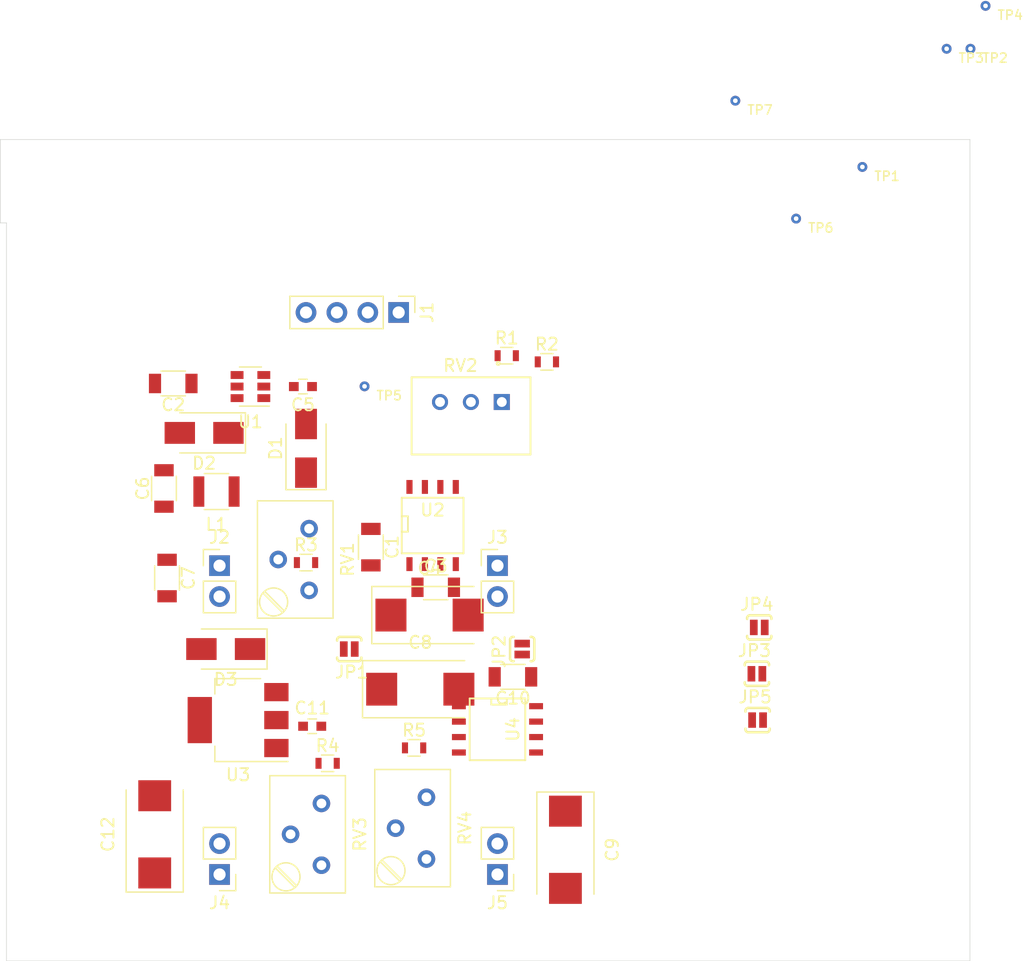
<source format=kicad_pcb>
(kicad_pcb (version 20171130) (host pcbnew "(5.1.5)-3")

  (general
    (thickness 1.6)
    (drawings 6)
    (tracks 0)
    (zones 0)
    (modules 46)
    (nets 27)
  )

  (page A4)
  (layers
    (0 F.Cu signal)
    (31 B.Cu signal)
    (32 B.Adhes user)
    (33 F.Adhes user)
    (34 B.Paste user)
    (35 F.Paste user)
    (36 B.SilkS user)
    (37 F.SilkS user)
    (38 B.Mask user)
    (39 F.Mask user)
    (40 Dwgs.User user)
    (41 Cmts.User user)
    (42 Eco1.User user)
    (43 Eco2.User user)
    (44 Edge.Cuts user)
    (45 Margin user)
    (46 B.CrtYd user hide)
    (47 F.CrtYd user)
    (48 B.Fab user)
    (49 F.Fab user hide)
  )

  (setup
    (last_trace_width 0.25)
    (trace_clearance 0.2)
    (zone_clearance 0.508)
    (zone_45_only no)
    (trace_min 0.2)
    (via_size 0.8)
    (via_drill 0.4)
    (via_min_size 0.4)
    (via_min_drill 0.3)
    (uvia_size 0.3)
    (uvia_drill 0.1)
    (uvias_allowed no)
    (uvia_min_size 0.2)
    (uvia_min_drill 0.1)
    (edge_width 0.05)
    (segment_width 0.2)
    (pcb_text_width 0.3)
    (pcb_text_size 1.5 1.5)
    (mod_edge_width 0.12)
    (mod_text_size 1 1)
    (mod_text_width 0.15)
    (pad_size 1.524 1.524)
    (pad_drill 0.762)
    (pad_to_mask_clearance 0.051)
    (solder_mask_min_width 0.25)
    (aux_axis_origin 0 0)
    (visible_elements 7FFFFFFF)
    (pcbplotparams
      (layerselection 0x010fc_ffffffff)
      (usegerberextensions false)
      (usegerberattributes false)
      (usegerberadvancedattributes false)
      (creategerberjobfile false)
      (excludeedgelayer true)
      (linewidth 0.100000)
      (plotframeref false)
      (viasonmask false)
      (mode 1)
      (useauxorigin false)
      (hpglpennumber 1)
      (hpglpenspeed 20)
      (hpglpendiameter 15.000000)
      (psnegative false)
      (psa4output false)
      (plotreference true)
      (plotvalue true)
      (plotinvisibletext false)
      (padsonsilk false)
      (subtractmaskfromsilk false)
      (outputformat 1)
      (mirror false)
      (drillshape 1)
      (scaleselection 1)
      (outputdirectory ""))
  )

  (net 0 "")
  (net 1 GND)
  (net 2 "Net-(C1-Pad1)")
  (net 3 VIN)
  (net 4 "Net-(C3-Pad2)")
  (net 5 "Net-(C3-Pad1)")
  (net 6 VSW-)
  (net 7 "Net-(C5-Pad2)")
  (net 8 "Net-(C5-Pad1)")
  (net 9 VSW+)
  (net 10 V+)
  (net 11 V-)
  (net 12 "Net-(JP3-Pad2)")
  (net 13 "Net-(JP4-Pad2)")
  (net 14 "Net-(JP5-Pad2)")
  (net 15 "Net-(R2-Pad1)")
  (net 16 "Net-(RV1-Pad2)")
  (net 17 "Net-(U2-Pad7)")
  (net 18 "Net-(RV4-Pad2)")
  (net 19 "Net-(C10-Pad1)")
  (net 20 "Net-(C11-Pad1)")
  (net 21 "Net-(R1-Pad2)")
  (net 22 "Net-(R2-Pad2)")
  (net 23 "Net-(R3-Pad1)")
  (net 24 "Net-(R4-Pad1)")
  (net 25 "Net-(R5-Pad2)")
  (net 26 "Net-(RV2-Pad1)")

  (net_class Default "This is the default net class."
    (clearance 0.2)
    (trace_width 0.25)
    (via_dia 0.8)
    (via_drill 0.4)
    (uvia_dia 0.3)
    (uvia_drill 0.1)
    (add_net GND)
    (add_net "Net-(C1-Pad1)")
    (add_net "Net-(C10-Pad1)")
    (add_net "Net-(C11-Pad1)")
    (add_net "Net-(C3-Pad1)")
    (add_net "Net-(C3-Pad2)")
    (add_net "Net-(C5-Pad1)")
    (add_net "Net-(C5-Pad2)")
    (add_net "Net-(JP3-Pad2)")
    (add_net "Net-(JP4-Pad2)")
    (add_net "Net-(JP5-Pad2)")
    (add_net "Net-(R1-Pad2)")
    (add_net "Net-(R2-Pad1)")
    (add_net "Net-(R2-Pad2)")
    (add_net "Net-(R3-Pad1)")
    (add_net "Net-(R4-Pad1)")
    (add_net "Net-(R5-Pad2)")
    (add_net "Net-(RV1-Pad2)")
    (add_net "Net-(RV2-Pad1)")
    (add_net "Net-(RV4-Pad2)")
    (add_net "Net-(U2-Pad7)")
    (add_net V+)
    (add_net V-)
    (add_net VIN)
    (add_net VSW+)
    (add_net VSW-)
  )

  (module DBLS_Resistor:BOURNS_3299W (layer F.Cu) (tedit 5ECC6313) (tstamp 623E5066)
    (at 124.714 88.138 180)
    (path /62479D4A)
    (fp_text reference RV2 (at 3.3 3) (layer F.SilkS)
      (effects (font (size 1 1) (thickness 0.15)))
    )
    (fp_text value BOURNS_3299W-1-204LF (at 2.3 -5.3) (layer F.Fab)
      (effects (font (size 1 1) (thickness 0.15)))
    )
    (fp_line (start -2.4622 2.032) (end 7.3168 2.032) (layer F.SilkS) (width 0.1524))
    (fp_line (start -2.3352 1.905) (end 7.1898 1.905) (layer F.Fab) (width 0.1524))
    (fp_line (start 7.4438 2.159) (end -2.5892 2.159) (layer F.CrtYd) (width 0.1524))
    (fp_line (start -2.5892 -4.445) (end 7.4438 -4.445) (layer F.CrtYd) (width 0.1524))
    (fp_line (start -2.3352 -4.191) (end -2.3352 1.905) (layer F.Fab) (width 0.1524))
    (fp_line (start 7.1898 1.905) (end 7.1898 -4.191) (layer F.Fab) (width 0.1524))
    (fp_circle (center 0.1921 1.397) (end 0.3191 1.397) (layer F.Fab) (width 0.1524))
    (fp_line (start -2.5892 2.159) (end -2.5892 -4.445) (layer F.CrtYd) (width 0.1524))
    (fp_line (start 7.3168 2.032) (end 7.3168 -4.318) (layer F.SilkS) (width 0.1524))
    (fp_line (start 7.1898 -4.191) (end -2.3352 -4.191) (layer F.Fab) (width 0.1524))
    (fp_line (start 7.3168 -4.318) (end -2.4622 -4.318) (layer F.SilkS) (width 0.1524))
    (fp_circle (center 0.1921 3.175) (end 0.3191 3.175) (layer F.SilkS) (width 0.1524))
    (fp_circle (center -1.0652 -2.921) (end -0.0492 -2.921) (layer F.Fab) (width 0.1524))
    (fp_line (start 7.4438 -4.445) (end 7.4438 2.159) (layer F.CrtYd) (width 0.1524))
    (fp_line (start -2.4622 -4.318) (end -2.4622 2.032) (layer F.SilkS) (width 0.1524))
    (fp_text user * (at -0.1 0) (layer F.Fab)
      (effects (font (size 1 1) (thickness 0.15)))
    )
    (pad 1 thru_hole rect (at -0.1 0 180) (size 1.3208 1.3208) (drill 0.8128) (layers *.Cu *.Mask)
      (net 26 "Net-(RV2-Pad1)"))
    (pad 3 thru_hole circle (at 4.98 0 180) (size 1.3208 1.3208) (drill 0.8128) (layers *.Cu *.Mask)
      (net 15 "Net-(R2-Pad1)"))
    (pad 2 thru_hole circle (at 2.44 0 180) (size 1.3208 1.3208) (drill 0.8128) (layers *.Cu *.Mask)
      (net 21 "Net-(R1-Pad2)"))
  )

  (module Resistors_SMD:R_0603 (layer F.Cu) (tedit 58E0A804) (tstamp 623E501F)
    (at 117.602 116.586)
    (descr "Resistor SMD 0603, reflow soldering, Vishay (see dcrcw.pdf)")
    (tags "resistor 0603")
    (path /6241CBD6)
    (attr smd)
    (fp_text reference R5 (at 0 -1.45) (layer F.SilkS)
      (effects (font (size 1 1) (thickness 0.15)))
    )
    (fp_text value YAGEO_RC0603JR-070RL (at 0 1.5) (layer F.Fab)
      (effects (font (size 1 1) (thickness 0.15)))
    )
    (fp_line (start 1.25 0.7) (end -1.25 0.7) (layer F.CrtYd) (width 0.05))
    (fp_line (start 1.25 0.7) (end 1.25 -0.7) (layer F.CrtYd) (width 0.05))
    (fp_line (start -1.25 -0.7) (end -1.25 0.7) (layer F.CrtYd) (width 0.05))
    (fp_line (start -1.25 -0.7) (end 1.25 -0.7) (layer F.CrtYd) (width 0.05))
    (fp_line (start -0.5 -0.68) (end 0.5 -0.68) (layer F.SilkS) (width 0.12))
    (fp_line (start 0.5 0.68) (end -0.5 0.68) (layer F.SilkS) (width 0.12))
    (fp_line (start -0.8 -0.4) (end 0.8 -0.4) (layer F.Fab) (width 0.1))
    (fp_line (start 0.8 -0.4) (end 0.8 0.4) (layer F.Fab) (width 0.1))
    (fp_line (start 0.8 0.4) (end -0.8 0.4) (layer F.Fab) (width 0.1))
    (fp_line (start -0.8 0.4) (end -0.8 -0.4) (layer F.Fab) (width 0.1))
    (fp_text user %R (at 0 0) (layer F.Fab)
      (effects (font (size 0.4 0.4) (thickness 0.075)))
    )
    (pad 2 smd rect (at 0.75 0) (size 0.5 0.9) (layers F.Cu F.Paste F.Mask)
      (net 25 "Net-(R5-Pad2)"))
    (pad 1 smd rect (at -0.75 0) (size 0.5 0.9) (layers F.Cu F.Paste F.Mask)
      (net 1 GND))
    (model ${KISYS3DMOD}/Resistors_SMD.3dshapes/R_0603.wrl
      (at (xyz 0 0 0))
      (scale (xyz 1 1 1))
      (rotate (xyz 0 0 0))
    )
  )

  (module Resistors_SMD:R_0603 (layer F.Cu) (tedit 58E0A804) (tstamp 623E500E)
    (at 110.49 117.856)
    (descr "Resistor SMD 0603, reflow soldering, Vishay (see dcrcw.pdf)")
    (tags "resistor 0603")
    (path /6241BA47)
    (attr smd)
    (fp_text reference R4 (at 0 -1.45) (layer F.SilkS)
      (effects (font (size 1 1) (thickness 0.15)))
    )
    (fp_text value YAGEO_RC0603JR-070RL (at 0 1.5) (layer F.Fab)
      (effects (font (size 1 1) (thickness 0.15)))
    )
    (fp_line (start 1.25 0.7) (end -1.25 0.7) (layer F.CrtYd) (width 0.05))
    (fp_line (start 1.25 0.7) (end 1.25 -0.7) (layer F.CrtYd) (width 0.05))
    (fp_line (start -1.25 -0.7) (end -1.25 0.7) (layer F.CrtYd) (width 0.05))
    (fp_line (start -1.25 -0.7) (end 1.25 -0.7) (layer F.CrtYd) (width 0.05))
    (fp_line (start -0.5 -0.68) (end 0.5 -0.68) (layer F.SilkS) (width 0.12))
    (fp_line (start 0.5 0.68) (end -0.5 0.68) (layer F.SilkS) (width 0.12))
    (fp_line (start -0.8 -0.4) (end 0.8 -0.4) (layer F.Fab) (width 0.1))
    (fp_line (start 0.8 -0.4) (end 0.8 0.4) (layer F.Fab) (width 0.1))
    (fp_line (start 0.8 0.4) (end -0.8 0.4) (layer F.Fab) (width 0.1))
    (fp_line (start -0.8 0.4) (end -0.8 -0.4) (layer F.Fab) (width 0.1))
    (fp_text user %R (at 0 0) (layer F.Fab)
      (effects (font (size 0.4 0.4) (thickness 0.075)))
    )
    (pad 2 smd rect (at 0.75 0) (size 0.5 0.9) (layers F.Cu F.Paste F.Mask)
      (net 1 GND))
    (pad 1 smd rect (at -0.75 0) (size 0.5 0.9) (layers F.Cu F.Paste F.Mask)
      (net 24 "Net-(R4-Pad1)"))
    (model ${KISYS3DMOD}/Resistors_SMD.3dshapes/R_0603.wrl
      (at (xyz 0 0 0))
      (scale (xyz 1 1 1))
      (rotate (xyz 0 0 0))
    )
  )

  (module Resistors_SMD:R_0603 (layer F.Cu) (tedit 58E0A804) (tstamp 623E4FFD)
    (at 108.712 101.346)
    (descr "Resistor SMD 0603, reflow soldering, Vishay (see dcrcw.pdf)")
    (tags "resistor 0603")
    (path /6241AD11)
    (attr smd)
    (fp_text reference R3 (at 0 -1.45) (layer F.SilkS)
      (effects (font (size 1 1) (thickness 0.15)))
    )
    (fp_text value YAGEO_RC0603JR-070RL (at 0 1.5) (layer F.Fab)
      (effects (font (size 1 1) (thickness 0.15)))
    )
    (fp_line (start 1.25 0.7) (end -1.25 0.7) (layer F.CrtYd) (width 0.05))
    (fp_line (start 1.25 0.7) (end 1.25 -0.7) (layer F.CrtYd) (width 0.05))
    (fp_line (start -1.25 -0.7) (end -1.25 0.7) (layer F.CrtYd) (width 0.05))
    (fp_line (start -1.25 -0.7) (end 1.25 -0.7) (layer F.CrtYd) (width 0.05))
    (fp_line (start -0.5 -0.68) (end 0.5 -0.68) (layer F.SilkS) (width 0.12))
    (fp_line (start 0.5 0.68) (end -0.5 0.68) (layer F.SilkS) (width 0.12))
    (fp_line (start -0.8 -0.4) (end 0.8 -0.4) (layer F.Fab) (width 0.1))
    (fp_line (start 0.8 -0.4) (end 0.8 0.4) (layer F.Fab) (width 0.1))
    (fp_line (start 0.8 0.4) (end -0.8 0.4) (layer F.Fab) (width 0.1))
    (fp_line (start -0.8 0.4) (end -0.8 -0.4) (layer F.Fab) (width 0.1))
    (fp_text user %R (at 0 0) (layer F.Fab)
      (effects (font (size 0.4 0.4) (thickness 0.075)))
    )
    (pad 2 smd rect (at 0.75 0) (size 0.5 0.9) (layers F.Cu F.Paste F.Mask)
      (net 1 GND))
    (pad 1 smd rect (at -0.75 0) (size 0.5 0.9) (layers F.Cu F.Paste F.Mask)
      (net 23 "Net-(R3-Pad1)"))
    (model ${KISYS3DMOD}/Resistors_SMD.3dshapes/R_0603.wrl
      (at (xyz 0 0 0))
      (scale (xyz 1 1 1))
      (rotate (xyz 0 0 0))
    )
  )

  (module Resistors_SMD:R_0603 (layer F.Cu) (tedit 58E0A804) (tstamp 623E4FEC)
    (at 128.524 84.836)
    (descr "Resistor SMD 0603, reflow soldering, Vishay (see dcrcw.pdf)")
    (tags "resistor 0603")
    (path /62464531)
    (attr smd)
    (fp_text reference R2 (at 0 -1.45) (layer F.SilkS)
      (effects (font (size 1 1) (thickness 0.15)))
    )
    (fp_text value VISHAYDALE_CRCW060320K0FKTA (at 0 1.5) (layer F.Fab)
      (effects (font (size 1 1) (thickness 0.15)))
    )
    (fp_line (start 1.25 0.7) (end -1.25 0.7) (layer F.CrtYd) (width 0.05))
    (fp_line (start 1.25 0.7) (end 1.25 -0.7) (layer F.CrtYd) (width 0.05))
    (fp_line (start -1.25 -0.7) (end -1.25 0.7) (layer F.CrtYd) (width 0.05))
    (fp_line (start -1.25 -0.7) (end 1.25 -0.7) (layer F.CrtYd) (width 0.05))
    (fp_line (start -0.5 -0.68) (end 0.5 -0.68) (layer F.SilkS) (width 0.12))
    (fp_line (start 0.5 0.68) (end -0.5 0.68) (layer F.SilkS) (width 0.12))
    (fp_line (start -0.8 -0.4) (end 0.8 -0.4) (layer F.Fab) (width 0.1))
    (fp_line (start 0.8 -0.4) (end 0.8 0.4) (layer F.Fab) (width 0.1))
    (fp_line (start 0.8 0.4) (end -0.8 0.4) (layer F.Fab) (width 0.1))
    (fp_line (start -0.8 0.4) (end -0.8 -0.4) (layer F.Fab) (width 0.1))
    (fp_text user %R (at 0 0) (layer F.Fab)
      (effects (font (size 0.4 0.4) (thickness 0.075)))
    )
    (pad 2 smd rect (at 0.75 0) (size 0.5 0.9) (layers F.Cu F.Paste F.Mask)
      (net 22 "Net-(R2-Pad2)"))
    (pad 1 smd rect (at -0.75 0) (size 0.5 0.9) (layers F.Cu F.Paste F.Mask)
      (net 15 "Net-(R2-Pad1)"))
    (model ${KISYS3DMOD}/Resistors_SMD.3dshapes/R_0603.wrl
      (at (xyz 0 0 0))
      (scale (xyz 1 1 1))
      (rotate (xyz 0 0 0))
    )
  )

  (module Resistors_SMD:R_0603 (layer F.Cu) (tedit 58E0A804) (tstamp 623E4FDB)
    (at 125.222 84.328)
    (descr "Resistor SMD 0603, reflow soldering, Vishay (see dcrcw.pdf)")
    (tags "resistor 0603")
    (path /62485F04)
    (attr smd)
    (fp_text reference R1 (at 0 -1.45) (layer F.SilkS)
      (effects (font (size 1 1) (thickness 0.15)))
    )
    (fp_text value VISHAYDALE_RCA0603100KFKEAHP (at 0 1.5) (layer F.Fab)
      (effects (font (size 1 1) (thickness 0.15)))
    )
    (fp_line (start 1.25 0.7) (end -1.25 0.7) (layer F.CrtYd) (width 0.05))
    (fp_line (start 1.25 0.7) (end 1.25 -0.7) (layer F.CrtYd) (width 0.05))
    (fp_line (start -1.25 -0.7) (end -1.25 0.7) (layer F.CrtYd) (width 0.05))
    (fp_line (start -1.25 -0.7) (end 1.25 -0.7) (layer F.CrtYd) (width 0.05))
    (fp_line (start -0.5 -0.68) (end 0.5 -0.68) (layer F.SilkS) (width 0.12))
    (fp_line (start 0.5 0.68) (end -0.5 0.68) (layer F.SilkS) (width 0.12))
    (fp_line (start -0.8 -0.4) (end 0.8 -0.4) (layer F.Fab) (width 0.1))
    (fp_line (start 0.8 -0.4) (end 0.8 0.4) (layer F.Fab) (width 0.1))
    (fp_line (start 0.8 0.4) (end -0.8 0.4) (layer F.Fab) (width 0.1))
    (fp_line (start -0.8 0.4) (end -0.8 -0.4) (layer F.Fab) (width 0.1))
    (fp_text user %R (at 0 0) (layer F.Fab)
      (effects (font (size 0.4 0.4) (thickness 0.075)))
    )
    (pad 2 smd rect (at 0.75 0) (size 0.5 0.9) (layers F.Cu F.Paste F.Mask)
      (net 21 "Net-(R1-Pad2)"))
    (pad 1 smd rect (at -0.75 0) (size 0.5 0.9) (layers F.Cu F.Paste F.Mask)
      (net 6 VSW-))
    (model ${KISYS3DMOD}/Resistors_SMD.3dshapes/R_0603.wrl
      (at (xyz 0 0 0))
      (scale (xyz 1 1 1))
      (rotate (xyz 0 0 0))
    )
  )

  (module Capacitors_Tantalum_SMD:CP_Tantalum_Case-X_EIA-7343-43_Reflow (layer F.Cu) (tedit 58CC8C08) (tstamp 623E4D76)
    (at 130.048 124.968 270)
    (descr "Tantalum capacitor, Case X, EIA 7343-43, 7.3x4.2x4.0mm, Reflow soldering footprint")
    (tags "capacitor tantalum smd")
    (path /624ADDF2)
    (attr smd)
    (fp_text reference C9 (at 0 -3.85 90) (layer F.SilkS)
      (effects (font (size 1 1) (thickness 0.15)))
    )
    (fp_text value KEMET_T495X476K035ATE200 (at 0 3.85 90) (layer F.Fab)
      (effects (font (size 1 1) (thickness 0.15)))
    )
    (fp_line (start -4.75 -2.35) (end -4.75 2.35) (layer F.SilkS) (width 0.12))
    (fp_line (start -4.75 2.35) (end 3.65 2.35) (layer F.SilkS) (width 0.12))
    (fp_line (start -4.75 -2.35) (end 3.65 -2.35) (layer F.SilkS) (width 0.12))
    (fp_line (start -2.555 -2.1) (end -2.555 2.1) (layer F.Fab) (width 0.1))
    (fp_line (start -2.92 -2.1) (end -2.92 2.1) (layer F.Fab) (width 0.1))
    (fp_line (start 3.65 -2.1) (end -3.65 -2.1) (layer F.Fab) (width 0.1))
    (fp_line (start 3.65 2.1) (end 3.65 -2.1) (layer F.Fab) (width 0.1))
    (fp_line (start -3.65 2.1) (end 3.65 2.1) (layer F.Fab) (width 0.1))
    (fp_line (start -3.65 -2.1) (end -3.65 2.1) (layer F.Fab) (width 0.1))
    (fp_line (start 4.85 -2.5) (end -4.85 -2.5) (layer F.CrtYd) (width 0.05))
    (fp_line (start 4.85 2.5) (end 4.85 -2.5) (layer F.CrtYd) (width 0.05))
    (fp_line (start -4.85 2.5) (end 4.85 2.5) (layer F.CrtYd) (width 0.05))
    (fp_line (start -4.85 -2.5) (end -4.85 2.5) (layer F.CrtYd) (width 0.05))
    (fp_text user %R (at 0 0 90) (layer F.Fab)
      (effects (font (size 1 1) (thickness 0.15)))
    )
    (pad 2 smd rect (at 3.175 0 270) (size 2.55 2.7) (layers F.Cu F.Paste F.Mask)
      (net 11 V-))
    (pad 1 smd rect (at -3.175 0 270) (size 2.55 2.7) (layers F.Cu F.Paste F.Mask)
      (net 1 GND))
    (model Capacitors_Tantalum_SMD.3dshapes/CP_Tantalum_Case-X_EIA-7343-43.wrl
      (at (xyz 0 0 0))
      (scale (xyz 1 1 1))
      (rotate (xyz 0 0 0))
    )
  )

  (module Capacitors_Tantalum_SMD:CP_Tantalum_Case-X_EIA-7343-43_Reflow (layer F.Cu) (tedit 58CC8C08) (tstamp 623E4D62)
    (at 118.11 111.76)
    (descr "Tantalum capacitor, Case X, EIA 7343-43, 7.3x4.2x4.0mm, Reflow soldering footprint")
    (tags "capacitor tantalum smd")
    (path /624B43BA)
    (attr smd)
    (fp_text reference C8 (at 0 -3.85) (layer F.SilkS)
      (effects (font (size 1 1) (thickness 0.15)))
    )
    (fp_text value KEMET_T495X476K035ATE200 (at 0 3.85) (layer F.Fab)
      (effects (font (size 1 1) (thickness 0.15)))
    )
    (fp_line (start -4.75 -2.35) (end -4.75 2.35) (layer F.SilkS) (width 0.12))
    (fp_line (start -4.75 2.35) (end 3.65 2.35) (layer F.SilkS) (width 0.12))
    (fp_line (start -4.75 -2.35) (end 3.65 -2.35) (layer F.SilkS) (width 0.12))
    (fp_line (start -2.555 -2.1) (end -2.555 2.1) (layer F.Fab) (width 0.1))
    (fp_line (start -2.92 -2.1) (end -2.92 2.1) (layer F.Fab) (width 0.1))
    (fp_line (start 3.65 -2.1) (end -3.65 -2.1) (layer F.Fab) (width 0.1))
    (fp_line (start 3.65 2.1) (end 3.65 -2.1) (layer F.Fab) (width 0.1))
    (fp_line (start -3.65 2.1) (end 3.65 2.1) (layer F.Fab) (width 0.1))
    (fp_line (start -3.65 -2.1) (end -3.65 2.1) (layer F.Fab) (width 0.1))
    (fp_line (start 4.85 -2.5) (end -4.85 -2.5) (layer F.CrtYd) (width 0.05))
    (fp_line (start 4.85 2.5) (end 4.85 -2.5) (layer F.CrtYd) (width 0.05))
    (fp_line (start -4.85 2.5) (end 4.85 2.5) (layer F.CrtYd) (width 0.05))
    (fp_line (start -4.85 -2.5) (end -4.85 2.5) (layer F.CrtYd) (width 0.05))
    (fp_text user %R (at 0 0) (layer F.Fab)
      (effects (font (size 1 1) (thickness 0.15)))
    )
    (pad 2 smd rect (at 3.175 0) (size 2.55 2.7) (layers F.Cu F.Paste F.Mask)
      (net 6 VSW-))
    (pad 1 smd rect (at -3.175 0) (size 2.55 2.7) (layers F.Cu F.Paste F.Mask)
      (net 1 GND))
    (model Capacitors_Tantalum_SMD.3dshapes/CP_Tantalum_Case-X_EIA-7343-43.wrl
      (at (xyz 0 0 0))
      (scale (xyz 1 1 1))
      (rotate (xyz 0 0 0))
    )
  )

  (module Capacitors_Tantalum_SMD:CP_Tantalum_Case-X_EIA-7343-43_Reflow (layer F.Cu) (tedit 58CC8C08) (tstamp 623E4CEE)
    (at 118.872 105.664)
    (descr "Tantalum capacitor, Case X, EIA 7343-43, 7.3x4.2x4.0mm, Reflow soldering footprint")
    (tags "capacitor tantalum smd")
    (path /624B072D)
    (attr smd)
    (fp_text reference C4 (at 0 -3.85) (layer F.SilkS)
      (effects (font (size 1 1) (thickness 0.15)))
    )
    (fp_text value KEMET_T495X476K035ATE200 (at 0 3.85) (layer F.Fab)
      (effects (font (size 1 1) (thickness 0.15)))
    )
    (fp_line (start -4.75 -2.35) (end -4.75 2.35) (layer F.SilkS) (width 0.12))
    (fp_line (start -4.75 2.35) (end 3.65 2.35) (layer F.SilkS) (width 0.12))
    (fp_line (start -4.75 -2.35) (end 3.65 -2.35) (layer F.SilkS) (width 0.12))
    (fp_line (start -2.555 -2.1) (end -2.555 2.1) (layer F.Fab) (width 0.1))
    (fp_line (start -2.92 -2.1) (end -2.92 2.1) (layer F.Fab) (width 0.1))
    (fp_line (start 3.65 -2.1) (end -3.65 -2.1) (layer F.Fab) (width 0.1))
    (fp_line (start 3.65 2.1) (end 3.65 -2.1) (layer F.Fab) (width 0.1))
    (fp_line (start -3.65 2.1) (end 3.65 2.1) (layer F.Fab) (width 0.1))
    (fp_line (start -3.65 -2.1) (end -3.65 2.1) (layer F.Fab) (width 0.1))
    (fp_line (start 4.85 -2.5) (end -4.85 -2.5) (layer F.CrtYd) (width 0.05))
    (fp_line (start 4.85 2.5) (end 4.85 -2.5) (layer F.CrtYd) (width 0.05))
    (fp_line (start -4.85 2.5) (end 4.85 2.5) (layer F.CrtYd) (width 0.05))
    (fp_line (start -4.85 -2.5) (end -4.85 2.5) (layer F.CrtYd) (width 0.05))
    (fp_text user %R (at 0 0) (layer F.Fab)
      (effects (font (size 1 1) (thickness 0.15)))
    )
    (pad 2 smd rect (at 3.175 0) (size 2.55 2.7) (layers F.Cu F.Paste F.Mask)
      (net 6 VSW-))
    (pad 1 smd rect (at -3.175 0) (size 2.55 2.7) (layers F.Cu F.Paste F.Mask)
      (net 1 GND))
    (model Capacitors_Tantalum_SMD.3dshapes/CP_Tantalum_Case-X_EIA-7343-43.wrl
      (at (xyz 0 0 0))
      (scale (xyz 1 1 1))
      (rotate (xyz 0 0 0))
    )
  )

  (module Capacitors_SMD:C_1206 (layer F.Cu) (tedit 58AA84B8) (tstamp 623E4CDA)
    (at 119.38 103.378)
    (descr "Capacitor SMD 1206, reflow soldering, AVX (see smccp.pdf)")
    (tags "capacitor 1206")
    (path /624222F9)
    (attr smd)
    (fp_text reference C3 (at 0 -1.75) (layer F.SilkS)
      (effects (font (size 1 1) (thickness 0.15)))
    )
    (fp_text value MURATA_GRT31CR61H106KE01L (at 0 2) (layer F.Fab)
      (effects (font (size 1 1) (thickness 0.15)))
    )
    (fp_line (start 2.25 1.05) (end -2.25 1.05) (layer F.CrtYd) (width 0.05))
    (fp_line (start 2.25 1.05) (end 2.25 -1.05) (layer F.CrtYd) (width 0.05))
    (fp_line (start -2.25 -1.05) (end -2.25 1.05) (layer F.CrtYd) (width 0.05))
    (fp_line (start -2.25 -1.05) (end 2.25 -1.05) (layer F.CrtYd) (width 0.05))
    (fp_line (start -1 1.02) (end 1 1.02) (layer F.SilkS) (width 0.12))
    (fp_line (start 1 -1.02) (end -1 -1.02) (layer F.SilkS) (width 0.12))
    (fp_line (start -1.6 -0.8) (end 1.6 -0.8) (layer F.Fab) (width 0.1))
    (fp_line (start 1.6 -0.8) (end 1.6 0.8) (layer F.Fab) (width 0.1))
    (fp_line (start 1.6 0.8) (end -1.6 0.8) (layer F.Fab) (width 0.1))
    (fp_line (start -1.6 0.8) (end -1.6 -0.8) (layer F.Fab) (width 0.1))
    (fp_text user %R (at 0 -1.75) (layer F.Fab)
      (effects (font (size 1 1) (thickness 0.15)))
    )
    (pad 2 smd rect (at 1.5 0) (size 1 1.6) (layers F.Cu F.Paste F.Mask)
      (net 4 "Net-(C3-Pad2)"))
    (pad 1 smd rect (at -1.5 0) (size 1 1.6) (layers F.Cu F.Paste F.Mask)
      (net 5 "Net-(C3-Pad1)"))
    (model Capacitors_SMD.3dshapes/C_1206.wrl
      (at (xyz 0 0 0))
      (scale (xyz 1 1 1))
      (rotate (xyz 0 0 0))
    )
  )

  (module Capacitors_Tantalum_SMD:CP_Tantalum_Case-X_EIA-7343-43_Reflow (layer F.Cu) (tedit 58CC8C08) (tstamp 623E30FD)
    (at 96.266 123.698 90)
    (descr "Tantalum capacitor, Case X, EIA 7343-43, 7.3x4.2x4.0mm, Reflow soldering footprint")
    (tags "capacitor tantalum smd")
    (path /624077E3)
    (attr smd)
    (fp_text reference C12 (at 0 -3.85 90) (layer F.SilkS)
      (effects (font (size 1 1) (thickness 0.15)))
    )
    (fp_text value KEMET_T495X476K035ATE200 (at 0 3.85 90) (layer F.Fab)
      (effects (font (size 1 1) (thickness 0.15)))
    )
    (fp_line (start -4.75 -2.35) (end -4.75 2.35) (layer F.SilkS) (width 0.12))
    (fp_line (start -4.75 2.35) (end 3.65 2.35) (layer F.SilkS) (width 0.12))
    (fp_line (start -4.75 -2.35) (end 3.65 -2.35) (layer F.SilkS) (width 0.12))
    (fp_line (start -2.555 -2.1) (end -2.555 2.1) (layer F.Fab) (width 0.1))
    (fp_line (start -2.92 -2.1) (end -2.92 2.1) (layer F.Fab) (width 0.1))
    (fp_line (start 3.65 -2.1) (end -3.65 -2.1) (layer F.Fab) (width 0.1))
    (fp_line (start 3.65 2.1) (end 3.65 -2.1) (layer F.Fab) (width 0.1))
    (fp_line (start -3.65 2.1) (end 3.65 2.1) (layer F.Fab) (width 0.1))
    (fp_line (start -3.65 -2.1) (end -3.65 2.1) (layer F.Fab) (width 0.1))
    (fp_line (start 4.85 -2.5) (end -4.85 -2.5) (layer F.CrtYd) (width 0.05))
    (fp_line (start 4.85 2.5) (end 4.85 -2.5) (layer F.CrtYd) (width 0.05))
    (fp_line (start -4.85 2.5) (end 4.85 2.5) (layer F.CrtYd) (width 0.05))
    (fp_line (start -4.85 -2.5) (end -4.85 2.5) (layer F.CrtYd) (width 0.05))
    (fp_text user %R (at 0 0 90) (layer F.Fab)
      (effects (font (size 1 1) (thickness 0.15)))
    )
    (pad 2 smd rect (at 3.175 0 90) (size 2.55 2.7) (layers F.Cu F.Paste F.Mask)
      (net 1 GND))
    (pad 1 smd rect (at -3.175 0 90) (size 2.55 2.7) (layers F.Cu F.Paste F.Mask)
      (net 10 V+))
    (model Capacitors_Tantalum_SMD.3dshapes/CP_Tantalum_Case-X_EIA-7343-43.wrl
      (at (xyz 0 0 0))
      (scale (xyz 1 1 1))
      (rotate (xyz 0 0 0))
    )
  )

  (module Capacitors_SMD:C_0603 (layer F.Cu) (tedit 59958EE7) (tstamp 623E30E9)
    (at 109.22 114.808)
    (descr "Capacitor SMD 0603, reflow soldering, AVX (see smccp.pdf)")
    (tags "capacitor 0603")
    (path /623F91C7)
    (attr smd)
    (fp_text reference C11 (at 0 -1.5) (layer F.SilkS)
      (effects (font (size 1 1) (thickness 0.15)))
    )
    (fp_text value KEMET_C0603C103K5RAL7867 (at 0 1.5) (layer F.Fab)
      (effects (font (size 1 1) (thickness 0.15)))
    )
    (fp_text user %R (at 0 0) (layer F.Fab)
      (effects (font (size 0.3 0.3) (thickness 0.075)))
    )
    (fp_line (start -0.8 0.4) (end -0.8 -0.4) (layer F.Fab) (width 0.1))
    (fp_line (start 0.8 0.4) (end -0.8 0.4) (layer F.Fab) (width 0.1))
    (fp_line (start 0.8 -0.4) (end 0.8 0.4) (layer F.Fab) (width 0.1))
    (fp_line (start -0.8 -0.4) (end 0.8 -0.4) (layer F.Fab) (width 0.1))
    (fp_line (start -0.35 -0.6) (end 0.35 -0.6) (layer F.SilkS) (width 0.12))
    (fp_line (start 0.35 0.6) (end -0.35 0.6) (layer F.SilkS) (width 0.12))
    (fp_line (start -1.4 -0.65) (end 1.4 -0.65) (layer F.CrtYd) (width 0.05))
    (fp_line (start -1.4 -0.65) (end -1.4 0.65) (layer F.CrtYd) (width 0.05))
    (fp_line (start 1.4 0.65) (end 1.4 -0.65) (layer F.CrtYd) (width 0.05))
    (fp_line (start 1.4 0.65) (end -1.4 0.65) (layer F.CrtYd) (width 0.05))
    (pad 1 smd rect (at -0.75 0) (size 0.8 0.75) (layers F.Cu F.Paste F.Mask)
      (net 20 "Net-(C11-Pad1)"))
    (pad 2 smd rect (at 0.75 0) (size 0.8 0.75) (layers F.Cu F.Paste F.Mask)
      (net 1 GND))
    (model Capacitors_SMD.3dshapes/C_0603.wrl
      (at (xyz 0 0 0))
      (scale (xyz 1 1 1))
      (rotate (xyz 0 0 0))
    )
  )

  (module Capacitors_SMD:C_0603 (layer F.Cu) (tedit 59958EE7) (tstamp 623E2F08)
    (at 108.458 86.868 180)
    (descr "Capacitor SMD 0603, reflow soldering, AVX (see smccp.pdf)")
    (tags "capacitor 0603")
    (path /623F7CB2)
    (attr smd)
    (fp_text reference C5 (at 0 -1.5) (layer F.SilkS)
      (effects (font (size 1 1) (thickness 0.15)))
    )
    (fp_text value KEMET_C0603C103K5RAL7867 (at 0 1.5) (layer F.Fab)
      (effects (font (size 1 1) (thickness 0.15)))
    )
    (fp_text user %R (at 0 0) (layer F.Fab)
      (effects (font (size 0.3 0.3) (thickness 0.075)))
    )
    (fp_line (start -0.8 0.4) (end -0.8 -0.4) (layer F.Fab) (width 0.1))
    (fp_line (start 0.8 0.4) (end -0.8 0.4) (layer F.Fab) (width 0.1))
    (fp_line (start 0.8 -0.4) (end 0.8 0.4) (layer F.Fab) (width 0.1))
    (fp_line (start -0.8 -0.4) (end 0.8 -0.4) (layer F.Fab) (width 0.1))
    (fp_line (start -0.35 -0.6) (end 0.35 -0.6) (layer F.SilkS) (width 0.12))
    (fp_line (start 0.35 0.6) (end -0.35 0.6) (layer F.SilkS) (width 0.12))
    (fp_line (start -1.4 -0.65) (end 1.4 -0.65) (layer F.CrtYd) (width 0.05))
    (fp_line (start -1.4 -0.65) (end -1.4 0.65) (layer F.CrtYd) (width 0.05))
    (fp_line (start 1.4 0.65) (end 1.4 -0.65) (layer F.CrtYd) (width 0.05))
    (fp_line (start 1.4 0.65) (end -1.4 0.65) (layer F.CrtYd) (width 0.05))
    (pad 1 smd rect (at -0.75 0 180) (size 0.8 0.75) (layers F.Cu F.Paste F.Mask)
      (net 8 "Net-(C5-Pad1)"))
    (pad 2 smd rect (at 0.75 0 180) (size 0.8 0.75) (layers F.Cu F.Paste F.Mask)
      (net 7 "Net-(C5-Pad2)"))
    (model Capacitors_SMD.3dshapes/C_0603.wrl
      (at (xyz 0 0 0))
      (scale (xyz 1 1 1))
      (rotate (xyz 0 0 0))
    )
  )

  (module Pin_Headers:Pin_Header_Straight_1x02_Pitch2.54mm locked (layer F.Cu) (tedit 59650532) (tstamp 623DFC80)
    (at 124.46 127 180)
    (descr "Through hole straight pin header, 1x02, 2.54mm pitch, single row")
    (tags "Through hole pin header THT 1x02 2.54mm single row")
    (path /625082DC)
    (fp_text reference J5 (at 0 -2.33) (layer F.SilkS)
      (effects (font (size 1 1) (thickness 0.15)))
    )
    (fp_text value Conn_01x02 (at 0 4.87) (layer F.Fab)
      (effects (font (size 1 1) (thickness 0.15)))
    )
    (fp_text user %R (at 0 1.27 90) (layer F.Fab)
      (effects (font (size 1 1) (thickness 0.15)))
    )
    (fp_line (start 1.8 -1.8) (end -1.8 -1.8) (layer F.CrtYd) (width 0.05))
    (fp_line (start 1.8 4.35) (end 1.8 -1.8) (layer F.CrtYd) (width 0.05))
    (fp_line (start -1.8 4.35) (end 1.8 4.35) (layer F.CrtYd) (width 0.05))
    (fp_line (start -1.8 -1.8) (end -1.8 4.35) (layer F.CrtYd) (width 0.05))
    (fp_line (start -1.33 -1.33) (end 0 -1.33) (layer F.SilkS) (width 0.12))
    (fp_line (start -1.33 0) (end -1.33 -1.33) (layer F.SilkS) (width 0.12))
    (fp_line (start -1.33 1.27) (end 1.33 1.27) (layer F.SilkS) (width 0.12))
    (fp_line (start 1.33 1.27) (end 1.33 3.87) (layer F.SilkS) (width 0.12))
    (fp_line (start -1.33 1.27) (end -1.33 3.87) (layer F.SilkS) (width 0.12))
    (fp_line (start -1.33 3.87) (end 1.33 3.87) (layer F.SilkS) (width 0.12))
    (fp_line (start -1.27 -0.635) (end -0.635 -1.27) (layer F.Fab) (width 0.1))
    (fp_line (start -1.27 3.81) (end -1.27 -0.635) (layer F.Fab) (width 0.1))
    (fp_line (start 1.27 3.81) (end -1.27 3.81) (layer F.Fab) (width 0.1))
    (fp_line (start 1.27 -1.27) (end 1.27 3.81) (layer F.Fab) (width 0.1))
    (fp_line (start -0.635 -1.27) (end 1.27 -1.27) (layer F.Fab) (width 0.1))
    (pad 2 thru_hole oval (at 0 2.54 180) (size 1.7 1.7) (drill 1) (layers *.Cu *.Mask)
      (net 1 GND))
    (pad 1 thru_hole rect (at 0 0 180) (size 1.7 1.7) (drill 1) (layers *.Cu *.Mask)
      (net 11 V-))
    (model ${KISYS3DMOD}/Pin_Headers.3dshapes/Pin_Header_Straight_1x02_Pitch2.54mm.wrl
      (at (xyz 0 0 0))
      (scale (xyz 1 1 1))
      (rotate (xyz 0 0 0))
    )
  )

  (module Pin_Headers:Pin_Header_Straight_1x02_Pitch2.54mm locked (layer F.Cu) (tedit 59650532) (tstamp 623DFC6A)
    (at 101.6 127 180)
    (descr "Through hole straight pin header, 1x02, 2.54mm pitch, single row")
    (tags "Through hole pin header THT 1x02 2.54mm single row")
    (path /625082D6)
    (fp_text reference J4 (at 0 -2.33) (layer F.SilkS)
      (effects (font (size 1 1) (thickness 0.15)))
    )
    (fp_text value Conn_01x02 (at 0 4.87) (layer F.Fab)
      (effects (font (size 1 1) (thickness 0.15)))
    )
    (fp_text user %R (at 0 1.27 90) (layer F.Fab)
      (effects (font (size 1 1) (thickness 0.15)))
    )
    (fp_line (start 1.8 -1.8) (end -1.8 -1.8) (layer F.CrtYd) (width 0.05))
    (fp_line (start 1.8 4.35) (end 1.8 -1.8) (layer F.CrtYd) (width 0.05))
    (fp_line (start -1.8 4.35) (end 1.8 4.35) (layer F.CrtYd) (width 0.05))
    (fp_line (start -1.8 -1.8) (end -1.8 4.35) (layer F.CrtYd) (width 0.05))
    (fp_line (start -1.33 -1.33) (end 0 -1.33) (layer F.SilkS) (width 0.12))
    (fp_line (start -1.33 0) (end -1.33 -1.33) (layer F.SilkS) (width 0.12))
    (fp_line (start -1.33 1.27) (end 1.33 1.27) (layer F.SilkS) (width 0.12))
    (fp_line (start 1.33 1.27) (end 1.33 3.87) (layer F.SilkS) (width 0.12))
    (fp_line (start -1.33 1.27) (end -1.33 3.87) (layer F.SilkS) (width 0.12))
    (fp_line (start -1.33 3.87) (end 1.33 3.87) (layer F.SilkS) (width 0.12))
    (fp_line (start -1.27 -0.635) (end -0.635 -1.27) (layer F.Fab) (width 0.1))
    (fp_line (start -1.27 3.81) (end -1.27 -0.635) (layer F.Fab) (width 0.1))
    (fp_line (start 1.27 3.81) (end -1.27 3.81) (layer F.Fab) (width 0.1))
    (fp_line (start 1.27 -1.27) (end 1.27 3.81) (layer F.Fab) (width 0.1))
    (fp_line (start -0.635 -1.27) (end 1.27 -1.27) (layer F.Fab) (width 0.1))
    (pad 2 thru_hole oval (at 0 2.54 180) (size 1.7 1.7) (drill 1) (layers *.Cu *.Mask)
      (net 1 GND))
    (pad 1 thru_hole rect (at 0 0 180) (size 1.7 1.7) (drill 1) (layers *.Cu *.Mask)
      (net 10 V+))
    (model ${KISYS3DMOD}/Pin_Headers.3dshapes/Pin_Header_Straight_1x02_Pitch2.54mm.wrl
      (at (xyz 0 0 0))
      (scale (xyz 1 1 1))
      (rotate (xyz 0 0 0))
    )
  )

  (module Pin_Headers:Pin_Header_Straight_1x02_Pitch2.54mm locked (layer F.Cu) (tedit 59650532) (tstamp 623DFC54)
    (at 124.46 101.6)
    (descr "Through hole straight pin header, 1x02, 2.54mm pitch, single row")
    (tags "Through hole pin header THT 1x02 2.54mm single row")
    (path /624D71B1)
    (fp_text reference J3 (at 0 -2.33) (layer F.SilkS)
      (effects (font (size 1 1) (thickness 0.15)))
    )
    (fp_text value Conn_01x02 (at 0 4.87) (layer F.Fab)
      (effects (font (size 1 1) (thickness 0.15)))
    )
    (fp_text user %R (at 0 1.27 90) (layer F.Fab)
      (effects (font (size 1 1) (thickness 0.15)))
    )
    (fp_line (start 1.8 -1.8) (end -1.8 -1.8) (layer F.CrtYd) (width 0.05))
    (fp_line (start 1.8 4.35) (end 1.8 -1.8) (layer F.CrtYd) (width 0.05))
    (fp_line (start -1.8 4.35) (end 1.8 4.35) (layer F.CrtYd) (width 0.05))
    (fp_line (start -1.8 -1.8) (end -1.8 4.35) (layer F.CrtYd) (width 0.05))
    (fp_line (start -1.33 -1.33) (end 0 -1.33) (layer F.SilkS) (width 0.12))
    (fp_line (start -1.33 0) (end -1.33 -1.33) (layer F.SilkS) (width 0.12))
    (fp_line (start -1.33 1.27) (end 1.33 1.27) (layer F.SilkS) (width 0.12))
    (fp_line (start 1.33 1.27) (end 1.33 3.87) (layer F.SilkS) (width 0.12))
    (fp_line (start -1.33 1.27) (end -1.33 3.87) (layer F.SilkS) (width 0.12))
    (fp_line (start -1.33 3.87) (end 1.33 3.87) (layer F.SilkS) (width 0.12))
    (fp_line (start -1.27 -0.635) (end -0.635 -1.27) (layer F.Fab) (width 0.1))
    (fp_line (start -1.27 3.81) (end -1.27 -0.635) (layer F.Fab) (width 0.1))
    (fp_line (start 1.27 3.81) (end -1.27 3.81) (layer F.Fab) (width 0.1))
    (fp_line (start 1.27 -1.27) (end 1.27 3.81) (layer F.Fab) (width 0.1))
    (fp_line (start -0.635 -1.27) (end 1.27 -1.27) (layer F.Fab) (width 0.1))
    (pad 2 thru_hole oval (at 0 2.54) (size 1.7 1.7) (drill 1) (layers *.Cu *.Mask)
      (net 1 GND))
    (pad 1 thru_hole rect (at 0 0) (size 1.7 1.7) (drill 1) (layers *.Cu *.Mask)
      (net 6 VSW-))
    (model ${KISYS3DMOD}/Pin_Headers.3dshapes/Pin_Header_Straight_1x02_Pitch2.54mm.wrl
      (at (xyz 0 0 0))
      (scale (xyz 1 1 1))
      (rotate (xyz 0 0 0))
    )
  )

  (module Pin_Headers:Pin_Header_Straight_1x02_Pitch2.54mm locked (layer F.Cu) (tedit 59650532) (tstamp 623DFC3E)
    (at 101.6 101.6)
    (descr "Through hole straight pin header, 1x02, 2.54mm pitch, single row")
    (tags "Through hole pin header THT 1x02 2.54mm single row")
    (path /624D6A25)
    (fp_text reference J2 (at 0 -2.33) (layer F.SilkS)
      (effects (font (size 1 1) (thickness 0.15)))
    )
    (fp_text value Conn_01x02 (at 0 4.87) (layer F.Fab)
      (effects (font (size 1 1) (thickness 0.15)))
    )
    (fp_text user %R (at 0 1.27 90) (layer F.Fab)
      (effects (font (size 1 1) (thickness 0.15)))
    )
    (fp_line (start 1.8 -1.8) (end -1.8 -1.8) (layer F.CrtYd) (width 0.05))
    (fp_line (start 1.8 4.35) (end 1.8 -1.8) (layer F.CrtYd) (width 0.05))
    (fp_line (start -1.8 4.35) (end 1.8 4.35) (layer F.CrtYd) (width 0.05))
    (fp_line (start -1.8 -1.8) (end -1.8 4.35) (layer F.CrtYd) (width 0.05))
    (fp_line (start -1.33 -1.33) (end 0 -1.33) (layer F.SilkS) (width 0.12))
    (fp_line (start -1.33 0) (end -1.33 -1.33) (layer F.SilkS) (width 0.12))
    (fp_line (start -1.33 1.27) (end 1.33 1.27) (layer F.SilkS) (width 0.12))
    (fp_line (start 1.33 1.27) (end 1.33 3.87) (layer F.SilkS) (width 0.12))
    (fp_line (start -1.33 1.27) (end -1.33 3.87) (layer F.SilkS) (width 0.12))
    (fp_line (start -1.33 3.87) (end 1.33 3.87) (layer F.SilkS) (width 0.12))
    (fp_line (start -1.27 -0.635) (end -0.635 -1.27) (layer F.Fab) (width 0.1))
    (fp_line (start -1.27 3.81) (end -1.27 -0.635) (layer F.Fab) (width 0.1))
    (fp_line (start 1.27 3.81) (end -1.27 3.81) (layer F.Fab) (width 0.1))
    (fp_line (start 1.27 -1.27) (end 1.27 3.81) (layer F.Fab) (width 0.1))
    (fp_line (start -0.635 -1.27) (end 1.27 -1.27) (layer F.Fab) (width 0.1))
    (pad 2 thru_hole oval (at 0 2.54) (size 1.7 1.7) (drill 1) (layers *.Cu *.Mask)
      (net 1 GND))
    (pad 1 thru_hole rect (at 0 0) (size 1.7 1.7) (drill 1) (layers *.Cu *.Mask)
      (net 9 VSW+))
    (model ${KISYS3DMOD}/Pin_Headers.3dshapes/Pin_Header_Straight_1x02_Pitch2.54mm.wrl
      (at (xyz 0 0 0))
      (scale (xyz 1 1 1))
      (rotate (xyz 0 0 0))
    )
  )

  (module Capacitors_SMD:C_1206 (layer F.Cu) (tedit 58AA84B8) (tstamp 623DDB6B)
    (at 125.73 110.744 180)
    (descr "Capacitor SMD 1206, reflow soldering, AVX (see smccp.pdf)")
    (tags "capacitor 1206")
    (path /624C2725)
    (attr smd)
    (fp_text reference C10 (at 0 -1.75) (layer F.SilkS)
      (effects (font (size 1 1) (thickness 0.15)))
    )
    (fp_text value MURATA_GRT31CR61H106KE01L (at 0 2) (layer F.Fab)
      (effects (font (size 1 1) (thickness 0.15)))
    )
    (fp_line (start 2.25 1.05) (end -2.25 1.05) (layer F.CrtYd) (width 0.05))
    (fp_line (start 2.25 1.05) (end 2.25 -1.05) (layer F.CrtYd) (width 0.05))
    (fp_line (start -2.25 -1.05) (end -2.25 1.05) (layer F.CrtYd) (width 0.05))
    (fp_line (start -2.25 -1.05) (end 2.25 -1.05) (layer F.CrtYd) (width 0.05))
    (fp_line (start -1 1.02) (end 1 1.02) (layer F.SilkS) (width 0.12))
    (fp_line (start 1 -1.02) (end -1 -1.02) (layer F.SilkS) (width 0.12))
    (fp_line (start -1.6 -0.8) (end 1.6 -0.8) (layer F.Fab) (width 0.1))
    (fp_line (start 1.6 -0.8) (end 1.6 0.8) (layer F.Fab) (width 0.1))
    (fp_line (start 1.6 0.8) (end -1.6 0.8) (layer F.Fab) (width 0.1))
    (fp_line (start -1.6 0.8) (end -1.6 -0.8) (layer F.Fab) (width 0.1))
    (fp_text user %R (at 0 -1.75) (layer F.Fab)
      (effects (font (size 1 1) (thickness 0.15)))
    )
    (pad 2 smd rect (at 1.5 0 180) (size 1 1.6) (layers F.Cu F.Paste F.Mask)
      (net 1 GND))
    (pad 1 smd rect (at -1.5 0 180) (size 1 1.6) (layers F.Cu F.Paste F.Mask)
      (net 19 "Net-(C10-Pad1)"))
    (model Capacitors_SMD.3dshapes/C_1206.wrl
      (at (xyz 0 0 0))
      (scale (xyz 1 1 1))
      (rotate (xyz 0 0 0))
    )
  )

  (module TO_SOT_Packages_SMD:SOT-23-6 (layer F.Cu) (tedit 58CE4E7E) (tstamp 623D940E)
    (at 104.14 86.868 180)
    (descr "6-pin SOT-23 package")
    (tags SOT-23-6)
    (path /6247A76B)
    (attr smd)
    (fp_text reference U1 (at 0 -2.9) (layer F.SilkS)
      (effects (font (size 1 1) (thickness 0.15)))
    )
    (fp_text value TI_LM2734ZMK_NOPB (at 0 2.9) (layer F.Fab)
      (effects (font (size 1 1) (thickness 0.15)))
    )
    (fp_line (start 0.9 -1.55) (end 0.9 1.55) (layer F.Fab) (width 0.1))
    (fp_line (start 0.9 1.55) (end -0.9 1.55) (layer F.Fab) (width 0.1))
    (fp_line (start -0.9 -0.9) (end -0.9 1.55) (layer F.Fab) (width 0.1))
    (fp_line (start 0.9 -1.55) (end -0.25 -1.55) (layer F.Fab) (width 0.1))
    (fp_line (start -0.9 -0.9) (end -0.25 -1.55) (layer F.Fab) (width 0.1))
    (fp_line (start -1.9 -1.8) (end -1.9 1.8) (layer F.CrtYd) (width 0.05))
    (fp_line (start -1.9 1.8) (end 1.9 1.8) (layer F.CrtYd) (width 0.05))
    (fp_line (start 1.9 1.8) (end 1.9 -1.8) (layer F.CrtYd) (width 0.05))
    (fp_line (start 1.9 -1.8) (end -1.9 -1.8) (layer F.CrtYd) (width 0.05))
    (fp_line (start 0.9 -1.61) (end -1.55 -1.61) (layer F.SilkS) (width 0.12))
    (fp_line (start -0.9 1.61) (end 0.9 1.61) (layer F.SilkS) (width 0.12))
    (fp_text user %R (at 0 0 90) (layer F.Fab)
      (effects (font (size 0.5 0.5) (thickness 0.075)))
    )
    (pad 5 smd rect (at 1.1 0 180) (size 1.06 0.65) (layers F.Cu F.Paste F.Mask)
      (net 3 VIN))
    (pad 6 smd rect (at 1.1 -0.95 180) (size 1.06 0.65) (layers F.Cu F.Paste F.Mask)
      (net 7 "Net-(C5-Pad2)"))
    (pad 4 smd rect (at 1.1 0.95 180) (size 1.06 0.65) (layers F.Cu F.Paste F.Mask)
      (net 3 VIN))
    (pad 3 smd rect (at -1.1 0.95 180) (size 1.06 0.65) (layers F.Cu F.Paste F.Mask)
      (net 16 "Net-(RV1-Pad2)"))
    (pad 2 smd rect (at -1.1 0 180) (size 1.06 0.65) (layers F.Cu F.Paste F.Mask)
      (net 1 GND))
    (pad 1 smd rect (at -1.1 -0.95 180) (size 1.06 0.65) (layers F.Cu F.Paste F.Mask)
      (net 8 "Net-(C5-Pad1)"))
    (model ${KISYS3DMOD}/TO_SOT_Packages_SMD.3dshapes/SOT-23-6.wrl
      (at (xyz 0 0 0))
      (scale (xyz 1 1 1))
      (rotate (xyz 0 0 0))
    )
  )

  (module SMD_Packages:SOIC-8-N (layer F.Cu) (tedit 0) (tstamp 623D7FBE)
    (at 124.46 115.062 270)
    (descr "Module Narrow CMS SOJ 8 pins large")
    (tags "CMS SOJ")
    (path /62435D90)
    (attr smd)
    (fp_text reference U4 (at 0 -1.27 90) (layer F.SilkS)
      (effects (font (size 1 1) (thickness 0.15)))
    )
    (fp_text value AD_LT1175CS8#PBF (at 0 1.27 90) (layer F.Fab)
      (effects (font (size 1 1) (thickness 0.15)))
    )
    (fp_line (start -2.032 0.508) (end -2.54 0.508) (layer F.SilkS) (width 0.15))
    (fp_line (start -2.032 -0.762) (end -2.032 0.508) (layer F.SilkS) (width 0.15))
    (fp_line (start -2.54 -0.762) (end -2.032 -0.762) (layer F.SilkS) (width 0.15))
    (fp_line (start -2.54 2.286) (end -2.54 -2.286) (layer F.SilkS) (width 0.15))
    (fp_line (start 2.54 2.286) (end -2.54 2.286) (layer F.SilkS) (width 0.15))
    (fp_line (start 2.54 -2.286) (end 2.54 2.286) (layer F.SilkS) (width 0.15))
    (fp_line (start -2.54 -2.286) (end 2.54 -2.286) (layer F.SilkS) (width 0.15))
    (pad 1 smd rect (at -1.905 3.175 270) (size 0.508 1.143) (layers F.Cu F.Paste F.Mask)
      (net 19 "Net-(C10-Pad1)"))
    (pad 2 smd rect (at -0.635 3.175 270) (size 0.508 1.143) (layers F.Cu F.Paste F.Mask)
      (net 13 "Net-(JP4-Pad2)"))
    (pad 3 smd rect (at 0.635 3.175 270) (size 0.508 1.143) (layers F.Cu F.Paste F.Mask)
      (net 11 V-))
    (pad 4 smd rect (at 1.905 3.175 270) (size 0.508 1.143) (layers F.Cu F.Paste F.Mask)
      (net 18 "Net-(RV4-Pad2)"))
    (pad 5 smd rect (at 1.905 -3.175 270) (size 0.508 1.143) (layers F.Cu F.Paste F.Mask)
      (net 1 GND))
    (pad 6 smd rect (at 0.635 -3.175 270) (size 0.508 1.143) (layers F.Cu F.Paste F.Mask)
      (net 14 "Net-(JP5-Pad2)"))
    (pad 7 smd rect (at -0.635 -3.175 270) (size 0.508 1.143) (layers F.Cu F.Paste F.Mask)
      (net 12 "Net-(JP3-Pad2)"))
    (pad 8 smd rect (at -1.905 -3.175 270) (size 0.508 1.143) (layers F.Cu F.Paste F.Mask)
      (net 19 "Net-(C10-Pad1)"))
    (model SMD_Packages.3dshapes/SOIC-8-N.wrl
      (at (xyz 0 0 0))
      (scale (xyz 0.5 0.38 0.5))
      (rotate (xyz 0 0 0))
    )
  )

  (module TO_SOT_Packages_SMD:SOT-223-3Lead_TabPin2 (layer F.Cu) (tedit 58CE4E7E) (tstamp 623D7FAB)
    (at 103.124 114.3 180)
    (descr "module CMS SOT223 4 pins")
    (tags "CMS SOT")
    (path /623EF5D9)
    (attr smd)
    (fp_text reference U3 (at 0 -4.5) (layer F.SilkS)
      (effects (font (size 1 1) (thickness 0.15)))
    )
    (fp_text value TI_TLV1117CDCY (at 0 4.5) (layer F.Fab)
      (effects (font (size 1 1) (thickness 0.15)))
    )
    (fp_line (start 1.85 -3.35) (end 1.85 3.35) (layer F.Fab) (width 0.1))
    (fp_line (start -1.85 3.35) (end 1.85 3.35) (layer F.Fab) (width 0.1))
    (fp_line (start -4.1 -3.41) (end 1.91 -3.41) (layer F.SilkS) (width 0.12))
    (fp_line (start -0.85 -3.35) (end 1.85 -3.35) (layer F.Fab) (width 0.1))
    (fp_line (start -1.85 3.41) (end 1.91 3.41) (layer F.SilkS) (width 0.12))
    (fp_line (start -1.85 -2.35) (end -1.85 3.35) (layer F.Fab) (width 0.1))
    (fp_line (start -1.85 -2.35) (end -0.85 -3.35) (layer F.Fab) (width 0.1))
    (fp_line (start -4.4 -3.6) (end -4.4 3.6) (layer F.CrtYd) (width 0.05))
    (fp_line (start -4.4 3.6) (end 4.4 3.6) (layer F.CrtYd) (width 0.05))
    (fp_line (start 4.4 3.6) (end 4.4 -3.6) (layer F.CrtYd) (width 0.05))
    (fp_line (start 4.4 -3.6) (end -4.4 -3.6) (layer F.CrtYd) (width 0.05))
    (fp_line (start 1.91 -3.41) (end 1.91 -2.15) (layer F.SilkS) (width 0.12))
    (fp_line (start 1.91 3.41) (end 1.91 2.15) (layer F.SilkS) (width 0.12))
    (fp_text user %R (at 0 0 90) (layer F.Fab)
      (effects (font (size 0.8 0.8) (thickness 0.12)))
    )
    (pad 1 smd rect (at -3.15 -2.3 180) (size 2 1.5) (layers F.Cu F.Paste F.Mask)
      (net 20 "Net-(C11-Pad1)"))
    (pad 3 smd rect (at -3.15 2.3 180) (size 2 1.5) (layers F.Cu F.Paste F.Mask)
      (net 9 VSW+))
    (pad 2 smd rect (at -3.15 0 180) (size 2 1.5) (layers F.Cu F.Paste F.Mask)
      (net 10 V+))
    (pad 2 smd rect (at 3.15 0 180) (size 2 3.8) (layers F.Cu F.Paste F.Mask)
      (net 10 V+))
    (model ${KISYS3DMOD}/TO_SOT_Packages_SMD.3dshapes/SOT-223.wrl
      (at (xyz 0 0 0))
      (scale (xyz 1 1 1))
      (rotate (xyz 0 0 0))
    )
  )

  (module SMD_Packages:SOIC-8-N (layer F.Cu) (tedit 0) (tstamp 623D7F95)
    (at 119.126 98.298)
    (descr "Module Narrow CMS SOJ 8 pins large")
    (tags "CMS SOJ")
    (path /6241E090)
    (attr smd)
    (fp_text reference U2 (at 0 -1.27) (layer F.SilkS)
      (effects (font (size 1 1) (thickness 0.15)))
    )
    (fp_text value AD_LT1054CS8#TRPBF (at 0 1.27) (layer F.Fab)
      (effects (font (size 1 1) (thickness 0.15)))
    )
    (fp_line (start -2.032 0.508) (end -2.54 0.508) (layer F.SilkS) (width 0.15))
    (fp_line (start -2.032 -0.762) (end -2.032 0.508) (layer F.SilkS) (width 0.15))
    (fp_line (start -2.54 -0.762) (end -2.032 -0.762) (layer F.SilkS) (width 0.15))
    (fp_line (start -2.54 2.286) (end -2.54 -2.286) (layer F.SilkS) (width 0.15))
    (fp_line (start 2.54 2.286) (end -2.54 2.286) (layer F.SilkS) (width 0.15))
    (fp_line (start 2.54 -2.286) (end 2.54 2.286) (layer F.SilkS) (width 0.15))
    (fp_line (start -2.54 -2.286) (end 2.54 -2.286) (layer F.SilkS) (width 0.15))
    (pad 1 smd rect (at -1.905 3.175) (size 0.508 1.143) (layers F.Cu F.Paste F.Mask)
      (net 15 "Net-(R2-Pad1)"))
    (pad 2 smd rect (at -0.635 3.175) (size 0.508 1.143) (layers F.Cu F.Paste F.Mask)
      (net 5 "Net-(C3-Pad1)"))
    (pad 3 smd rect (at 0.635 3.175) (size 0.508 1.143) (layers F.Cu F.Paste F.Mask)
      (net 1 GND))
    (pad 4 smd rect (at 1.905 3.175) (size 0.508 1.143) (layers F.Cu F.Paste F.Mask)
      (net 4 "Net-(C3-Pad2)"))
    (pad 5 smd rect (at 1.905 -3.175) (size 0.508 1.143) (layers F.Cu F.Paste F.Mask)
      (net 6 VSW-))
    (pad 6 smd rect (at 0.635 -3.175) (size 0.508 1.143) (layers F.Cu F.Paste F.Mask)
      (net 22 "Net-(R2-Pad2)"))
    (pad 7 smd rect (at -0.635 -3.175) (size 0.508 1.143) (layers F.Cu F.Paste F.Mask)
      (net 17 "Net-(U2-Pad7)"))
    (pad 8 smd rect (at -1.905 -3.175) (size 0.508 1.143) (layers F.Cu F.Paste F.Mask)
      (net 2 "Net-(C1-Pad1)"))
    (model SMD_Packages.3dshapes/SOIC-8-N.wrl
      (at (xyz 0 0 0))
      (scale (xyz 0.5 0.38 0.5))
      (rotate (xyz 0 0 0))
    )
  )

  (module DBLS_Misc:DBLS_Testpoint_Normal (layer F.Cu) (tedit 6169C545) (tstamp 623D7F82)
    (at 144.0244 63.3534)
    (path /62467773)
    (fp_text reference TP7 (at 2.032 0.762) (layer F.SilkS)
      (effects (font (size 0.762 0.762) (thickness 0.127)))
    )
    (fp_text value DBLS_TESTPOINT_NORMAL (at 0 -0.5) (layer F.Fab) hide
      (effects (font (size 1 1) (thickness 0.15)))
    )
    (fp_circle (center 0 0) (end 0.4064 0) (layer F.CrtYd) (width 0.15))
    (pad 1 thru_hole circle (at 0 0) (size 0.8128 0.8128) (drill 0.381) (layers *.Cu *.Mask)
      (net 1 GND))
  )

  (module DBLS_Misc:DBLS_Testpoint_Normal (layer F.Cu) (tedit 6169C545) (tstamp 623D7F7C)
    (at 149.0244 73.0534)
    (path /6246758E)
    (fp_text reference TP6 (at 2.032 0.762) (layer F.SilkS)
      (effects (font (size 0.762 0.762) (thickness 0.127)))
    )
    (fp_text value DBLS_TESTPOINT_NORMAL (at 0 -0.5) (layer F.Fab) hide
      (effects (font (size 1 1) (thickness 0.15)))
    )
    (fp_circle (center 0 0) (end 0.4064 0) (layer F.CrtYd) (width 0.15))
    (pad 1 thru_hole circle (at 0 0) (size 0.8128 0.8128) (drill 0.381) (layers *.Cu *.Mask)
      (net 1 GND))
  )

  (module DBLS_Misc:DBLS_Testpoint_Normal (layer F.Cu) (tedit 6169C545) (tstamp 623D7F76)
    (at 113.5264 86.8494)
    (path /62467371)
    (fp_text reference TP5 (at 2.032 0.762) (layer F.SilkS)
      (effects (font (size 0.762 0.762) (thickness 0.127)))
    )
    (fp_text value DBLS_TESTPOINT_NORMAL (at 0 -0.5) (layer F.Fab) hide
      (effects (font (size 1 1) (thickness 0.15)))
    )
    (fp_circle (center 0 0) (end 0.4064 0) (layer F.CrtYd) (width 0.15))
    (pad 1 thru_hole circle (at 0 0) (size 0.8128 0.8128) (drill 0.381) (layers *.Cu *.Mask)
      (net 11 V-))
  )

  (module DBLS_Misc:DBLS_Testpoint_Normal (layer F.Cu) (tedit 6169C545) (tstamp 623D7F70)
    (at 164.6044 55.5534)
    (path /624670C8)
    (fp_text reference TP4 (at 2.032 0.762) (layer F.SilkS)
      (effects (font (size 0.762 0.762) (thickness 0.127)))
    )
    (fp_text value DBLS_TESTPOINT_NORMAL (at 0 -0.5) (layer F.Fab) hide
      (effects (font (size 1 1) (thickness 0.15)))
    )
    (fp_circle (center 0 0) (end 0.4064 0) (layer F.CrtYd) (width 0.15))
    (pad 1 thru_hole circle (at 0 0) (size 0.8128 0.8128) (drill 0.381) (layers *.Cu *.Mask)
      (net 6 VSW-))
  )

  (module DBLS_Misc:DBLS_Testpoint_Normal (layer F.Cu) (tedit 6169C545) (tstamp 623D7F6A)
    (at 161.4044 59.0834)
    (path /62466EEB)
    (fp_text reference TP3 (at 2.032 0.762) (layer F.SilkS)
      (effects (font (size 0.762 0.762) (thickness 0.127)))
    )
    (fp_text value DBLS_TESTPOINT_NORMAL (at 0 -0.5) (layer F.Fab) hide
      (effects (font (size 1 1) (thickness 0.15)))
    )
    (fp_circle (center 0 0) (end 0.4064 0) (layer F.CrtYd) (width 0.15))
    (pad 1 thru_hole circle (at 0 0) (size 0.8128 0.8128) (drill 0.381) (layers *.Cu *.Mask)
      (net 10 V+))
  )

  (module DBLS_Misc:DBLS_Testpoint_Normal (layer F.Cu) (tedit 6169C545) (tstamp 623D7F64)
    (at 163.3644 59.0834)
    (path /62459761)
    (fp_text reference TP2 (at 2.032 0.762) (layer F.SilkS)
      (effects (font (size 0.762 0.762) (thickness 0.127)))
    )
    (fp_text value DBLS_TESTPOINT_NORMAL (at 0 -0.5) (layer F.Fab) hide
      (effects (font (size 1 1) (thickness 0.15)))
    )
    (fp_circle (center 0 0) (end 0.4064 0) (layer F.CrtYd) (width 0.15))
    (pad 1 thru_hole circle (at 0 0) (size 0.8128 0.8128) (drill 0.381) (layers *.Cu *.Mask)
      (net 9 VSW+))
  )

  (module DBLS_Misc:DBLS_Testpoint_Normal (layer F.Cu) (tedit 6169C545) (tstamp 623D7F5E)
    (at 154.4744 68.8034)
    (path /62458B93)
    (fp_text reference TP1 (at 2.032 0.762) (layer F.SilkS)
      (effects (font (size 0.762 0.762) (thickness 0.127)))
    )
    (fp_text value DBLS_TESTPOINT_NORMAL (at 0 -0.5) (layer F.Fab) hide
      (effects (font (size 1 1) (thickness 0.15)))
    )
    (fp_circle (center 0 0) (end 0.4064 0) (layer F.CrtYd) (width 0.15))
    (pad 1 thru_hole circle (at 0 0) (size 0.8128 0.8128) (drill 0.381) (layers *.Cu *.Mask)
      (net 3 VIN))
  )

  (module Potentiometers:Potentiometer_Trimmer_Bourns_3299Y (layer F.Cu) (tedit 58826B0B) (tstamp 623D7F58)
    (at 118.618 125.73 270)
    (descr "Spindle Trimmer Potentiometer, Bourns 3299Y, https://www.bourns.com/pdfs/3299.pdf")
    (tags "Spindle Trimmer Potentiometer   Bourns 3299Y")
    (path /6243FC83)
    (fp_text reference RV4 (at -2.54 -3.16 90) (layer F.SilkS)
      (effects (font (size 1 1) (thickness 0.15)))
    )
    (fp_text value BOURNS_PV37W203C01B00 (at -2.54 5.44 90) (layer F.Fab)
      (effects (font (size 1 1) (thickness 0.15)))
    )
    (fp_line (start 2.5 -2.2) (end -7.6 -2.2) (layer F.CrtYd) (width 0.05))
    (fp_line (start 2.5 4.45) (end 2.5 -2.2) (layer F.CrtYd) (width 0.05))
    (fp_line (start -7.6 4.45) (end 2.5 4.45) (layer F.CrtYd) (width 0.05))
    (fp_line (start -7.6 -2.2) (end -7.6 4.45) (layer F.CrtYd) (width 0.05))
    (fp_line (start 1.691 2.045) (end 0.079 3.655) (layer F.SilkS) (width 0.12))
    (fp_line (start 1.831 2.186) (end 0.22 3.796) (layer F.SilkS) (width 0.12))
    (fp_line (start 2.285 -1.97) (end 2.285 4.25) (layer F.SilkS) (width 0.12))
    (fp_line (start -7.365 -1.97) (end -7.365 4.25) (layer F.SilkS) (width 0.12))
    (fp_line (start -7.365 4.25) (end 2.285 4.25) (layer F.SilkS) (width 0.12))
    (fp_line (start -7.365 -1.97) (end 2.285 -1.97) (layer F.SilkS) (width 0.12))
    (fp_line (start 1.652 2.09) (end 0.125 3.617) (layer F.Fab) (width 0.1))
    (fp_line (start 1.786 2.224) (end 0.259 3.751) (layer F.Fab) (width 0.1))
    (fp_line (start 2.225 -1.91) (end -7.305 -1.91) (layer F.Fab) (width 0.1))
    (fp_line (start 2.225 4.19) (end 2.225 -1.91) (layer F.Fab) (width 0.1))
    (fp_line (start -7.305 4.19) (end 2.225 4.19) (layer F.Fab) (width 0.1))
    (fp_line (start -7.305 -1.91) (end -7.305 4.19) (layer F.Fab) (width 0.1))
    (fp_circle (center 0.955 2.92) (end 2.11 2.92) (layer F.SilkS) (width 0.12))
    (fp_circle (center 0.955 2.92) (end 2.05 2.92) (layer F.Fab) (width 0.1))
    (pad 3 thru_hole circle (at -5.08 0 270) (size 1.44 1.44) (drill 0.8) (layers *.Cu *.Mask)
      (net 25 "Net-(R5-Pad2)"))
    (pad 2 thru_hole circle (at -2.54 2.54 270) (size 1.44 1.44) (drill 0.8) (layers *.Cu *.Mask)
      (net 18 "Net-(RV4-Pad2)"))
    (pad 1 thru_hole circle (at 0 0 270) (size 1.44 1.44) (drill 0.8) (layers *.Cu *.Mask)
      (net 11 V-))
    (model Potentiometers.3dshapes/Potentiometer_Trimmer_Bourns_3299Y.wrl
      (at (xyz 0 0 0))
      (scale (xyz 0.393701 0.393701 0.393701))
      (rotate (xyz 0 0 0))
    )
  )

  (module Potentiometers:Potentiometer_Trimmer_Bourns_3299Y (layer F.Cu) (tedit 58826B0B) (tstamp 623D7F3F)
    (at 109.982 126.238 270)
    (descr "Spindle Trimmer Potentiometer, Bourns 3299Y, https://www.bourns.com/pdfs/3299.pdf")
    (tags "Spindle Trimmer Potentiometer   Bourns 3299Y")
    (path /623E9FD5)
    (fp_text reference RV3 (at -2.54 -3.16 90) (layer F.SilkS)
      (effects (font (size 1 1) (thickness 0.15)))
    )
    (fp_text value BOURNS_PV37W203C01B00 (at -2.54 5.44 90) (layer F.Fab)
      (effects (font (size 1 1) (thickness 0.15)))
    )
    (fp_line (start 2.5 -2.2) (end -7.6 -2.2) (layer F.CrtYd) (width 0.05))
    (fp_line (start 2.5 4.45) (end 2.5 -2.2) (layer F.CrtYd) (width 0.05))
    (fp_line (start -7.6 4.45) (end 2.5 4.45) (layer F.CrtYd) (width 0.05))
    (fp_line (start -7.6 -2.2) (end -7.6 4.45) (layer F.CrtYd) (width 0.05))
    (fp_line (start 1.691 2.045) (end 0.079 3.655) (layer F.SilkS) (width 0.12))
    (fp_line (start 1.831 2.186) (end 0.22 3.796) (layer F.SilkS) (width 0.12))
    (fp_line (start 2.285 -1.97) (end 2.285 4.25) (layer F.SilkS) (width 0.12))
    (fp_line (start -7.365 -1.97) (end -7.365 4.25) (layer F.SilkS) (width 0.12))
    (fp_line (start -7.365 4.25) (end 2.285 4.25) (layer F.SilkS) (width 0.12))
    (fp_line (start -7.365 -1.97) (end 2.285 -1.97) (layer F.SilkS) (width 0.12))
    (fp_line (start 1.652 2.09) (end 0.125 3.617) (layer F.Fab) (width 0.1))
    (fp_line (start 1.786 2.224) (end 0.259 3.751) (layer F.Fab) (width 0.1))
    (fp_line (start 2.225 -1.91) (end -7.305 -1.91) (layer F.Fab) (width 0.1))
    (fp_line (start 2.225 4.19) (end 2.225 -1.91) (layer F.Fab) (width 0.1))
    (fp_line (start -7.305 4.19) (end 2.225 4.19) (layer F.Fab) (width 0.1))
    (fp_line (start -7.305 -1.91) (end -7.305 4.19) (layer F.Fab) (width 0.1))
    (fp_circle (center 0.955 2.92) (end 2.11 2.92) (layer F.SilkS) (width 0.12))
    (fp_circle (center 0.955 2.92) (end 2.05 2.92) (layer F.Fab) (width 0.1))
    (pad 3 thru_hole circle (at -5.08 0 270) (size 1.44 1.44) (drill 0.8) (layers *.Cu *.Mask)
      (net 24 "Net-(R4-Pad1)"))
    (pad 2 thru_hole circle (at -2.54 2.54 270) (size 1.44 1.44) (drill 0.8) (layers *.Cu *.Mask)
      (net 20 "Net-(C11-Pad1)"))
    (pad 1 thru_hole circle (at 0 0 270) (size 1.44 1.44) (drill 0.8) (layers *.Cu *.Mask)
      (net 10 V+))
    (model Potentiometers.3dshapes/Potentiometer_Trimmer_Bourns_3299Y.wrl
      (at (xyz 0 0 0))
      (scale (xyz 0.393701 0.393701 0.393701))
      (rotate (xyz 0 0 0))
    )
  )

  (module Potentiometers:Potentiometer_Trimmer_Bourns_3299Y (layer F.Cu) (tedit 58826B0B) (tstamp 623D7F26)
    (at 108.966 103.632 270)
    (descr "Spindle Trimmer Potentiometer, Bourns 3299Y, https://www.bourns.com/pdfs/3299.pdf")
    (tags "Spindle Trimmer Potentiometer   Bourns 3299Y")
    (path /623D15D8)
    (fp_text reference RV1 (at -2.54 -3.16 90) (layer F.SilkS)
      (effects (font (size 1 1) (thickness 0.15)))
    )
    (fp_text value BOURNS_PV37W203C01B00 (at -2.54 5.44 90) (layer F.Fab)
      (effects (font (size 1 1) (thickness 0.15)))
    )
    (fp_line (start 2.5 -2.2) (end -7.6 -2.2) (layer F.CrtYd) (width 0.05))
    (fp_line (start 2.5 4.45) (end 2.5 -2.2) (layer F.CrtYd) (width 0.05))
    (fp_line (start -7.6 4.45) (end 2.5 4.45) (layer F.CrtYd) (width 0.05))
    (fp_line (start -7.6 -2.2) (end -7.6 4.45) (layer F.CrtYd) (width 0.05))
    (fp_line (start 1.691 2.045) (end 0.079 3.655) (layer F.SilkS) (width 0.12))
    (fp_line (start 1.831 2.186) (end 0.22 3.796) (layer F.SilkS) (width 0.12))
    (fp_line (start 2.285 -1.97) (end 2.285 4.25) (layer F.SilkS) (width 0.12))
    (fp_line (start -7.365 -1.97) (end -7.365 4.25) (layer F.SilkS) (width 0.12))
    (fp_line (start -7.365 4.25) (end 2.285 4.25) (layer F.SilkS) (width 0.12))
    (fp_line (start -7.365 -1.97) (end 2.285 -1.97) (layer F.SilkS) (width 0.12))
    (fp_line (start 1.652 2.09) (end 0.125 3.617) (layer F.Fab) (width 0.1))
    (fp_line (start 1.786 2.224) (end 0.259 3.751) (layer F.Fab) (width 0.1))
    (fp_line (start 2.225 -1.91) (end -7.305 -1.91) (layer F.Fab) (width 0.1))
    (fp_line (start 2.225 4.19) (end 2.225 -1.91) (layer F.Fab) (width 0.1))
    (fp_line (start -7.305 4.19) (end 2.225 4.19) (layer F.Fab) (width 0.1))
    (fp_line (start -7.305 -1.91) (end -7.305 4.19) (layer F.Fab) (width 0.1))
    (fp_circle (center 0.955 2.92) (end 2.11 2.92) (layer F.SilkS) (width 0.12))
    (fp_circle (center 0.955 2.92) (end 2.05 2.92) (layer F.Fab) (width 0.1))
    (pad 3 thru_hole circle (at -5.08 0 270) (size 1.44 1.44) (drill 0.8) (layers *.Cu *.Mask)
      (net 23 "Net-(R3-Pad1)"))
    (pad 2 thru_hole circle (at -2.54 2.54 270) (size 1.44 1.44) (drill 0.8) (layers *.Cu *.Mask)
      (net 16 "Net-(RV1-Pad2)"))
    (pad 1 thru_hole circle (at 0 0 270) (size 1.44 1.44) (drill 0.8) (layers *.Cu *.Mask)
      (net 9 VSW+))
    (model Potentiometers.3dshapes/Potentiometer_Trimmer_Bourns_3299Y.wrl
      (at (xyz 0 0 0))
      (scale (xyz 0.393701 0.393701 0.393701))
      (rotate (xyz 0 0 0))
    )
  )

  (module Inductors_SMD:L_1210 (layer F.Cu) (tedit 58307C54) (tstamp 623D7EDA)
    (at 101.346 95.504 180)
    (descr "Resistor SMD 1210, reflow soldering, Vishay (see dcrcw.pdf)")
    (tags "resistor 1210")
    (path /623DCEA8)
    (attr smd)
    (fp_text reference L1 (at 0 -2.7) (layer F.SilkS)
      (effects (font (size 1 1) (thickness 0.15)))
    )
    (fp_text value TDK_TFM322512ALVA4R7MTAA (at 0 2.7) (layer F.Fab)
      (effects (font (size 1 1) (thickness 0.15)))
    )
    (fp_line (start -1 -1.48) (end 1 -1.48) (layer F.SilkS) (width 0.12))
    (fp_line (start 1 1.48) (end -1 1.48) (layer F.SilkS) (width 0.12))
    (fp_line (start 2.2 -1.6) (end 2.2 1.6) (layer F.CrtYd) (width 0.05))
    (fp_line (start -2.2 -1.6) (end -2.2 1.6) (layer F.CrtYd) (width 0.05))
    (fp_line (start -2.2 1.6) (end 2.2 1.6) (layer F.CrtYd) (width 0.05))
    (fp_line (start -2.2 -1.6) (end 2.2 -1.6) (layer F.CrtYd) (width 0.05))
    (fp_line (start -1.6 -1.25) (end 1.6 -1.25) (layer F.Fab) (width 0.1))
    (fp_line (start 1.6 -1.25) (end 1.6 1.25) (layer F.Fab) (width 0.1))
    (fp_line (start 1.6 1.25) (end -1.6 1.25) (layer F.Fab) (width 0.1))
    (fp_line (start -1.6 1.25) (end -1.6 -1.25) (layer F.Fab) (width 0.1))
    (fp_text user %R (at 0 0) (layer F.Fab)
      (effects (font (size 0.5 0.5) (thickness 0.075)))
    )
    (pad 2 smd rect (at 1.45 0 180) (size 0.9 2.5) (layers F.Cu F.Paste F.Mask)
      (net 9 VSW+))
    (pad 1 smd rect (at -1.45 0 180) (size 0.9 2.5) (layers F.Cu F.Paste F.Mask)
      (net 7 "Net-(C5-Pad2)"))
    (model ${KISYS3DMOD}/Inductors_SMD.3dshapes/L_1210.wrl
      (at (xyz 0 0 0))
      (scale (xyz 1 1 1))
      (rotate (xyz 0 0 0))
    )
  )

  (module DBLS_Misc:PAD_JUMPER_2PIN_NC (layer F.Cu) (tedit 6168E72D) (tstamp 623D7EC9)
    (at 145.85442 114.3 180)
    (path /62449C86)
    (fp_text reference JP5 (at 0.2 1.9) (layer F.SilkS)
      (effects (font (size 1 1) (thickness 0.15)))
    )
    (fp_text value PAD_JUMPER_2PIN_NC (at 0.1 -2.2) (layer F.Fab)
      (effects (font (size 1 1) (thickness 0.15)))
    )
    (fp_arc (start 0.7493 -0.7493) (end 0.79756 -0.99822) (angle 90) (layer F.SilkS) (width 0.2032))
    (fp_line (start 0.79756 0.99822) (end -0.79756 0.99822) (layer F.SilkS) (width 0.2032))
    (fp_arc (start -0.7493 0.7493) (end -0.79756 0.99822) (angle 90) (layer F.SilkS) (width 0.2032))
    (fp_line (start -0.79756 -0.99822) (end 0.79756 -0.99822) (layer F.SilkS) (width 0.2032))
    (fp_arc (start -0.7493 -0.7493) (end -0.99822 -0.6985) (angle 90) (layer F.SilkS) (width 0.2032))
    (fp_arc (start 0.7493 0.7493) (end 0.99822 0.6985) (angle 90) (layer F.SilkS) (width 0.2032))
    (pad 2 smd rect (at 0.44958 0 180) (size 0.635 1.27) (layers F.Cu F.Paste F.Mask)
      (net 14 "Net-(JP5-Pad2)"))
    (pad 1 smd rect (at -0.44958 0 180) (size 0.635 1.27) (layers F.Cu F.Paste F.Mask)
      (net 19 "Net-(C10-Pad1)"))
  )

  (module DBLS_Misc:PAD_JUMPER_2PIN_NC (layer F.Cu) (tedit 6168E72D) (tstamp 623D7EBD)
    (at 145.99158 106.68 180)
    (path /6244ACF8)
    (fp_text reference JP4 (at 0.2 1.9) (layer F.SilkS)
      (effects (font (size 1 1) (thickness 0.15)))
    )
    (fp_text value PAD_JUMPER_2PIN_NC (at 0.1 -2.2) (layer F.Fab)
      (effects (font (size 1 1) (thickness 0.15)))
    )
    (fp_arc (start 0.7493 -0.7493) (end 0.79756 -0.99822) (angle 90) (layer F.SilkS) (width 0.2032))
    (fp_line (start 0.79756 0.99822) (end -0.79756 0.99822) (layer F.SilkS) (width 0.2032))
    (fp_arc (start -0.7493 0.7493) (end -0.79756 0.99822) (angle 90) (layer F.SilkS) (width 0.2032))
    (fp_line (start -0.79756 -0.99822) (end 0.79756 -0.99822) (layer F.SilkS) (width 0.2032))
    (fp_arc (start -0.7493 -0.7493) (end -0.99822 -0.6985) (angle 90) (layer F.SilkS) (width 0.2032))
    (fp_arc (start 0.7493 0.7493) (end 0.99822 0.6985) (angle 90) (layer F.SilkS) (width 0.2032))
    (pad 2 smd rect (at 0.44958 0 180) (size 0.635 1.27) (layers F.Cu F.Paste F.Mask)
      (net 13 "Net-(JP4-Pad2)"))
    (pad 1 smd rect (at -0.44958 0 180) (size 0.635 1.27) (layers F.Cu F.Paste F.Mask)
      (net 19 "Net-(C10-Pad1)"))
  )

  (module DBLS_Misc:PAD_JUMPER_2PIN_NC (layer F.Cu) (tedit 6168E72D) (tstamp 623D7EB1)
    (at 145.796 110.49 180)
    (path /6244AF15)
    (fp_text reference JP3 (at 0.2 1.9) (layer F.SilkS)
      (effects (font (size 1 1) (thickness 0.15)))
    )
    (fp_text value PAD_JUMPER_2PIN_NC (at 0.1 -2.2) (layer F.Fab)
      (effects (font (size 1 1) (thickness 0.15)))
    )
    (fp_arc (start 0.7493 -0.7493) (end 0.79756 -0.99822) (angle 90) (layer F.SilkS) (width 0.2032))
    (fp_line (start 0.79756 0.99822) (end -0.79756 0.99822) (layer F.SilkS) (width 0.2032))
    (fp_arc (start -0.7493 0.7493) (end -0.79756 0.99822) (angle 90) (layer F.SilkS) (width 0.2032))
    (fp_line (start -0.79756 -0.99822) (end 0.79756 -0.99822) (layer F.SilkS) (width 0.2032))
    (fp_arc (start -0.7493 -0.7493) (end -0.99822 -0.6985) (angle 90) (layer F.SilkS) (width 0.2032))
    (fp_arc (start 0.7493 0.7493) (end 0.99822 0.6985) (angle 90) (layer F.SilkS) (width 0.2032))
    (pad 2 smd rect (at 0.44958 0 180) (size 0.635 1.27) (layers F.Cu F.Paste F.Mask)
      (net 12 "Net-(JP3-Pad2)"))
    (pad 1 smd rect (at -0.44958 0 180) (size 0.635 1.27) (layers F.Cu F.Paste F.Mask)
      (net 19 "Net-(C10-Pad1)"))
  )

  (module DBLS_Misc:PAD_JUMPER_2PIN_NC (layer F.Cu) (tedit 6168E72D) (tstamp 623D7EA5)
    (at 126.492 108.458 270)
    (path /62455518)
    (fp_text reference JP2 (at 0.2 1.9 90) (layer F.SilkS)
      (effects (font (size 1 1) (thickness 0.15)))
    )
    (fp_text value PAD_JUMPER_2PIN_NC (at 0.1 -2.2 90) (layer F.Fab)
      (effects (font (size 1 1) (thickness 0.15)))
    )
    (fp_arc (start 0.7493 -0.7493) (end 0.79756 -0.99822) (angle 90) (layer F.SilkS) (width 0.2032))
    (fp_line (start 0.79756 0.99822) (end -0.79756 0.99822) (layer F.SilkS) (width 0.2032))
    (fp_arc (start -0.7493 0.7493) (end -0.79756 0.99822) (angle 90) (layer F.SilkS) (width 0.2032))
    (fp_line (start -0.79756 -0.99822) (end 0.79756 -0.99822) (layer F.SilkS) (width 0.2032))
    (fp_arc (start -0.7493 -0.7493) (end -0.99822 -0.6985) (angle 90) (layer F.SilkS) (width 0.2032))
    (fp_arc (start 0.7493 0.7493) (end 0.99822 0.6985) (angle 90) (layer F.SilkS) (width 0.2032))
    (pad 2 smd rect (at 0.44958 0 270) (size 0.635 1.27) (layers F.Cu F.Paste F.Mask)
      (net 19 "Net-(C10-Pad1)"))
    (pad 1 smd rect (at -0.44958 0 270) (size 0.635 1.27) (layers F.Cu F.Paste F.Mask)
      (net 6 VSW-))
  )

  (module DBLS_Misc:PAD_JUMPER_2PIN_NC (layer F.Cu) (tedit 6168E72D) (tstamp 623D7E99)
    (at 112.268 108.458)
    (path /624503ED)
    (fp_text reference JP1 (at 0.2 1.9) (layer F.SilkS)
      (effects (font (size 1 1) (thickness 0.15)))
    )
    (fp_text value PAD_JUMPER_2PIN_NC (at 1.850049 -2.94382) (layer F.Fab)
      (effects (font (size 1 1) (thickness 0.15)))
    )
    (fp_arc (start 0.7493 -0.7493) (end 0.79756 -0.99822) (angle 90) (layer F.SilkS) (width 0.2032))
    (fp_line (start 0.79756 0.99822) (end -0.79756 0.99822) (layer F.SilkS) (width 0.2032))
    (fp_arc (start -0.7493 0.7493) (end -0.79756 0.99822) (angle 90) (layer F.SilkS) (width 0.2032))
    (fp_line (start -0.79756 -0.99822) (end 0.79756 -0.99822) (layer F.SilkS) (width 0.2032))
    (fp_arc (start -0.7493 -0.7493) (end -0.99822 -0.6985) (angle 90) (layer F.SilkS) (width 0.2032))
    (fp_arc (start 0.7493 0.7493) (end 0.99822 0.6985) (angle 90) (layer F.SilkS) (width 0.2032))
    (pad 2 smd rect (at 0.44958 0) (size 0.635 1.27) (layers F.Cu F.Paste F.Mask)
      (net 2 "Net-(C1-Pad1)"))
    (pad 1 smd rect (at -0.44958 0) (size 0.635 1.27) (layers F.Cu F.Paste F.Mask)
      (net 9 VSW+))
  )

  (module Pin_Headers:Pin_Header_Straight_1x04_Pitch2.54mm (layer F.Cu) (tedit 59650532) (tstamp 623D7E5D)
    (at 116.332 80.772 270)
    (descr "Through hole straight pin header, 1x04, 2.54mm pitch, single row")
    (tags "Through hole pin header THT 1x04 2.54mm single row")
    (path /624076CB)
    (fp_text reference J1 (at 0 -2.33 90) (layer F.SilkS)
      (effects (font (size 1 1) (thickness 0.15)))
    )
    (fp_text value Conn_01x04 (at 0 9.95 90) (layer F.Fab)
      (effects (font (size 1 1) (thickness 0.15)))
    )
    (fp_text user %R (at 0 3.81) (layer F.Fab)
      (effects (font (size 1 1) (thickness 0.15)))
    )
    (fp_line (start 1.8 -1.8) (end -1.8 -1.8) (layer F.CrtYd) (width 0.05))
    (fp_line (start 1.8 9.4) (end 1.8 -1.8) (layer F.CrtYd) (width 0.05))
    (fp_line (start -1.8 9.4) (end 1.8 9.4) (layer F.CrtYd) (width 0.05))
    (fp_line (start -1.8 -1.8) (end -1.8 9.4) (layer F.CrtYd) (width 0.05))
    (fp_line (start -1.33 -1.33) (end 0 -1.33) (layer F.SilkS) (width 0.12))
    (fp_line (start -1.33 0) (end -1.33 -1.33) (layer F.SilkS) (width 0.12))
    (fp_line (start -1.33 1.27) (end 1.33 1.27) (layer F.SilkS) (width 0.12))
    (fp_line (start 1.33 1.27) (end 1.33 8.95) (layer F.SilkS) (width 0.12))
    (fp_line (start -1.33 1.27) (end -1.33 8.95) (layer F.SilkS) (width 0.12))
    (fp_line (start -1.33 8.95) (end 1.33 8.95) (layer F.SilkS) (width 0.12))
    (fp_line (start -1.27 -0.635) (end -0.635 -1.27) (layer F.Fab) (width 0.1))
    (fp_line (start -1.27 8.89) (end -1.27 -0.635) (layer F.Fab) (width 0.1))
    (fp_line (start 1.27 8.89) (end -1.27 8.89) (layer F.Fab) (width 0.1))
    (fp_line (start 1.27 -1.27) (end 1.27 8.89) (layer F.Fab) (width 0.1))
    (fp_line (start -0.635 -1.27) (end 1.27 -1.27) (layer F.Fab) (width 0.1))
    (pad 4 thru_hole oval (at 0 7.62 270) (size 1.7 1.7) (drill 1) (layers *.Cu *.Mask)
      (net 1 GND))
    (pad 3 thru_hole oval (at 0 5.08 270) (size 1.7 1.7) (drill 1) (layers *.Cu *.Mask)
      (net 1 GND))
    (pad 2 thru_hole oval (at 0 2.54 270) (size 1.7 1.7) (drill 1) (layers *.Cu *.Mask)
      (net 3 VIN))
    (pad 1 thru_hole rect (at 0 0 270) (size 1.7 1.7) (drill 1) (layers *.Cu *.Mask)
      (net 3 VIN))
    (model ${KISYS3DMOD}/Pin_Headers.3dshapes/Pin_Header_Straight_1x04_Pitch2.54mm.wrl
      (at (xyz 0 0 0))
      (scale (xyz 1 1 1))
      (rotate (xyz 0 0 0))
    )
  )

  (module Diodes_SMD:D_SMA (layer F.Cu) (tedit 586432E5) (tstamp 623D7E45)
    (at 102.108 108.458 180)
    (descr "Diode SMA (DO-214AC)")
    (tags "Diode SMA (DO-214AC)")
    (path /623F296F)
    (attr smd)
    (fp_text reference D3 (at 0 -2.5) (layer F.SilkS)
      (effects (font (size 1 1) (thickness 0.15)))
    )
    (fp_text value VISHAY_SSA33L-E3_61T (at 0 2.6) (layer F.Fab)
      (effects (font (size 1 1) (thickness 0.15)))
    )
    (fp_line (start -3.4 -1.65) (end 2 -1.65) (layer F.SilkS) (width 0.12))
    (fp_line (start -3.4 1.65) (end 2 1.65) (layer F.SilkS) (width 0.12))
    (fp_line (start -0.64944 0.00102) (end 0.50118 -0.79908) (layer F.Fab) (width 0.1))
    (fp_line (start -0.64944 0.00102) (end 0.50118 0.75032) (layer F.Fab) (width 0.1))
    (fp_line (start 0.50118 0.75032) (end 0.50118 -0.79908) (layer F.Fab) (width 0.1))
    (fp_line (start -0.64944 -0.79908) (end -0.64944 0.80112) (layer F.Fab) (width 0.1))
    (fp_line (start 0.50118 0.00102) (end 1.4994 0.00102) (layer F.Fab) (width 0.1))
    (fp_line (start -0.64944 0.00102) (end -1.55114 0.00102) (layer F.Fab) (width 0.1))
    (fp_line (start -3.5 1.75) (end -3.5 -1.75) (layer F.CrtYd) (width 0.05))
    (fp_line (start 3.5 1.75) (end -3.5 1.75) (layer F.CrtYd) (width 0.05))
    (fp_line (start 3.5 -1.75) (end 3.5 1.75) (layer F.CrtYd) (width 0.05))
    (fp_line (start -3.5 -1.75) (end 3.5 -1.75) (layer F.CrtYd) (width 0.05))
    (fp_line (start 2.3 -1.5) (end -2.3 -1.5) (layer F.Fab) (width 0.1))
    (fp_line (start 2.3 -1.5) (end 2.3 1.5) (layer F.Fab) (width 0.1))
    (fp_line (start -2.3 1.5) (end -2.3 -1.5) (layer F.Fab) (width 0.1))
    (fp_line (start 2.3 1.5) (end -2.3 1.5) (layer F.Fab) (width 0.1))
    (fp_line (start -3.4 -1.65) (end -3.4 1.65) (layer F.SilkS) (width 0.12))
    (fp_text user %R (at 0 -2.5) (layer F.Fab)
      (effects (font (size 1 1) (thickness 0.15)))
    )
    (pad 2 smd rect (at 2 0 180) (size 2.5 1.8) (layers F.Cu F.Paste F.Mask)
      (net 10 V+))
    (pad 1 smd rect (at -2 0 180) (size 2.5 1.8) (layers F.Cu F.Paste F.Mask)
      (net 9 VSW+))
    (model ${KISYS3DMOD}/Diodes_SMD.3dshapes/D_SMA.wrl
      (at (xyz 0 0 0))
      (scale (xyz 1 1 1))
      (rotate (xyz 0 0 0))
    )
  )

  (module Diodes_SMD:D_SMA (layer F.Cu) (tedit 586432E5) (tstamp 623D7E2D)
    (at 100.33 90.678 180)
    (descr "Diode SMA (DO-214AC)")
    (tags "Diode SMA (DO-214AC)")
    (path /623D5F71)
    (attr smd)
    (fp_text reference D2 (at 0 -2.5) (layer F.SilkS)
      (effects (font (size 1 1) (thickness 0.15)))
    )
    (fp_text value VISHAY_SSA33L-E3_61T (at 0 2.6) (layer F.Fab)
      (effects (font (size 1 1) (thickness 0.15)))
    )
    (fp_line (start -3.4 -1.65) (end 2 -1.65) (layer F.SilkS) (width 0.12))
    (fp_line (start -3.4 1.65) (end 2 1.65) (layer F.SilkS) (width 0.12))
    (fp_line (start -0.64944 0.00102) (end 0.50118 -0.79908) (layer F.Fab) (width 0.1))
    (fp_line (start -0.64944 0.00102) (end 0.50118 0.75032) (layer F.Fab) (width 0.1))
    (fp_line (start 0.50118 0.75032) (end 0.50118 -0.79908) (layer F.Fab) (width 0.1))
    (fp_line (start -0.64944 -0.79908) (end -0.64944 0.80112) (layer F.Fab) (width 0.1))
    (fp_line (start 0.50118 0.00102) (end 1.4994 0.00102) (layer F.Fab) (width 0.1))
    (fp_line (start -0.64944 0.00102) (end -1.55114 0.00102) (layer F.Fab) (width 0.1))
    (fp_line (start -3.5 1.75) (end -3.5 -1.75) (layer F.CrtYd) (width 0.05))
    (fp_line (start 3.5 1.75) (end -3.5 1.75) (layer F.CrtYd) (width 0.05))
    (fp_line (start 3.5 -1.75) (end 3.5 1.75) (layer F.CrtYd) (width 0.05))
    (fp_line (start -3.5 -1.75) (end 3.5 -1.75) (layer F.CrtYd) (width 0.05))
    (fp_line (start 2.3 -1.5) (end -2.3 -1.5) (layer F.Fab) (width 0.1))
    (fp_line (start 2.3 -1.5) (end 2.3 1.5) (layer F.Fab) (width 0.1))
    (fp_line (start -2.3 1.5) (end -2.3 -1.5) (layer F.Fab) (width 0.1))
    (fp_line (start 2.3 1.5) (end -2.3 1.5) (layer F.Fab) (width 0.1))
    (fp_line (start -3.4 -1.65) (end -3.4 1.65) (layer F.SilkS) (width 0.12))
    (fp_text user %R (at 0 -2.5) (layer F.Fab)
      (effects (font (size 1 1) (thickness 0.15)))
    )
    (pad 2 smd rect (at 2 0 180) (size 2.5 1.8) (layers F.Cu F.Paste F.Mask)
      (net 1 GND))
    (pad 1 smd rect (at -2 0 180) (size 2.5 1.8) (layers F.Cu F.Paste F.Mask)
      (net 7 "Net-(C5-Pad2)"))
    (model ${KISYS3DMOD}/Diodes_SMD.3dshapes/D_SMA.wrl
      (at (xyz 0 0 0))
      (scale (xyz 1 1 1))
      (rotate (xyz 0 0 0))
    )
  )

  (module Diodes_SMD:D_SMA (layer F.Cu) (tedit 586432E5) (tstamp 623D7E15)
    (at 108.712 91.948 90)
    (descr "Diode SMA (DO-214AC)")
    (tags "Diode SMA (DO-214AC)")
    (path /623E1EF4)
    (attr smd)
    (fp_text reference D1 (at 0 -2.5 90) (layer F.SilkS)
      (effects (font (size 1 1) (thickness 0.15)))
    )
    (fp_text value VISHAY_SSA33L-E3_61T (at 0 2.6 90) (layer F.Fab)
      (effects (font (size 1 1) (thickness 0.15)))
    )
    (fp_line (start -3.4 -1.65) (end 2 -1.65) (layer F.SilkS) (width 0.12))
    (fp_line (start -3.4 1.65) (end 2 1.65) (layer F.SilkS) (width 0.12))
    (fp_line (start -0.64944 0.00102) (end 0.50118 -0.79908) (layer F.Fab) (width 0.1))
    (fp_line (start -0.64944 0.00102) (end 0.50118 0.75032) (layer F.Fab) (width 0.1))
    (fp_line (start 0.50118 0.75032) (end 0.50118 -0.79908) (layer F.Fab) (width 0.1))
    (fp_line (start -0.64944 -0.79908) (end -0.64944 0.80112) (layer F.Fab) (width 0.1))
    (fp_line (start 0.50118 0.00102) (end 1.4994 0.00102) (layer F.Fab) (width 0.1))
    (fp_line (start -0.64944 0.00102) (end -1.55114 0.00102) (layer F.Fab) (width 0.1))
    (fp_line (start -3.5 1.75) (end -3.5 -1.75) (layer F.CrtYd) (width 0.05))
    (fp_line (start 3.5 1.75) (end -3.5 1.75) (layer F.CrtYd) (width 0.05))
    (fp_line (start 3.5 -1.75) (end 3.5 1.75) (layer F.CrtYd) (width 0.05))
    (fp_line (start -3.5 -1.75) (end 3.5 -1.75) (layer F.CrtYd) (width 0.05))
    (fp_line (start 2.3 -1.5) (end -2.3 -1.5) (layer F.Fab) (width 0.1))
    (fp_line (start 2.3 -1.5) (end 2.3 1.5) (layer F.Fab) (width 0.1))
    (fp_line (start -2.3 1.5) (end -2.3 -1.5) (layer F.Fab) (width 0.1))
    (fp_line (start 2.3 1.5) (end -2.3 1.5) (layer F.Fab) (width 0.1))
    (fp_line (start -3.4 -1.65) (end -3.4 1.65) (layer F.SilkS) (width 0.12))
    (fp_text user %R (at 0 -2.5 90) (layer F.Fab)
      (effects (font (size 1 1) (thickness 0.15)))
    )
    (pad 2 smd rect (at 2 0 90) (size 2.5 1.8) (layers F.Cu F.Paste F.Mask)
      (net 3 VIN))
    (pad 1 smd rect (at -2 0 90) (size 2.5 1.8) (layers F.Cu F.Paste F.Mask)
      (net 8 "Net-(C5-Pad1)"))
    (model ${KISYS3DMOD}/Diodes_SMD.3dshapes/D_SMA.wrl
      (at (xyz 0 0 0))
      (scale (xyz 1 1 1))
      (rotate (xyz 0 0 0))
    )
  )

  (module Capacitors_SMD:C_1206 (layer F.Cu) (tedit 58AA84B8) (tstamp 623D7D43)
    (at 97.282 102.616 270)
    (descr "Capacitor SMD 1206, reflow soldering, AVX (see smccp.pdf)")
    (tags "capacitor 1206")
    (path /623DFBD1)
    (attr smd)
    (fp_text reference C7 (at 0 -1.75 90) (layer F.SilkS)
      (effects (font (size 1 1) (thickness 0.15)))
    )
    (fp_text value MURATA_GRT31CR61H106KE01L (at 0 2 90) (layer F.Fab)
      (effects (font (size 1 1) (thickness 0.15)))
    )
    (fp_line (start 2.25 1.05) (end -2.25 1.05) (layer F.CrtYd) (width 0.05))
    (fp_line (start 2.25 1.05) (end 2.25 -1.05) (layer F.CrtYd) (width 0.05))
    (fp_line (start -2.25 -1.05) (end -2.25 1.05) (layer F.CrtYd) (width 0.05))
    (fp_line (start -2.25 -1.05) (end 2.25 -1.05) (layer F.CrtYd) (width 0.05))
    (fp_line (start -1 1.02) (end 1 1.02) (layer F.SilkS) (width 0.12))
    (fp_line (start 1 -1.02) (end -1 -1.02) (layer F.SilkS) (width 0.12))
    (fp_line (start -1.6 -0.8) (end 1.6 -0.8) (layer F.Fab) (width 0.1))
    (fp_line (start 1.6 -0.8) (end 1.6 0.8) (layer F.Fab) (width 0.1))
    (fp_line (start 1.6 0.8) (end -1.6 0.8) (layer F.Fab) (width 0.1))
    (fp_line (start -1.6 0.8) (end -1.6 -0.8) (layer F.Fab) (width 0.1))
    (fp_text user %R (at 0 -1.75 90) (layer F.Fab)
      (effects (font (size 1 1) (thickness 0.15)))
    )
    (pad 2 smd rect (at 1.5 0 270) (size 1 1.6) (layers F.Cu F.Paste F.Mask)
      (net 1 GND))
    (pad 1 smd rect (at -1.5 0 270) (size 1 1.6) (layers F.Cu F.Paste F.Mask)
      (net 9 VSW+))
    (model Capacitors_SMD.3dshapes/C_1206.wrl
      (at (xyz 0 0 0))
      (scale (xyz 1 1 1))
      (rotate (xyz 0 0 0))
    )
  )

  (module Capacitors_SMD:C_1206 (layer F.Cu) (tedit 58AA84B8) (tstamp 623D7D32)
    (at 97.028 95.25 90)
    (descr "Capacitor SMD 1206, reflow soldering, AVX (see smccp.pdf)")
    (tags "capacitor 1206")
    (path /623DAEB4)
    (attr smd)
    (fp_text reference C6 (at 0 -1.75 90) (layer F.SilkS)
      (effects (font (size 1 1) (thickness 0.15)))
    )
    (fp_text value MURATA_GRT31CR61H106KE01L (at 0 2 90) (layer F.Fab)
      (effects (font (size 1 1) (thickness 0.15)))
    )
    (fp_line (start 2.25 1.05) (end -2.25 1.05) (layer F.CrtYd) (width 0.05))
    (fp_line (start 2.25 1.05) (end 2.25 -1.05) (layer F.CrtYd) (width 0.05))
    (fp_line (start -2.25 -1.05) (end -2.25 1.05) (layer F.CrtYd) (width 0.05))
    (fp_line (start -2.25 -1.05) (end 2.25 -1.05) (layer F.CrtYd) (width 0.05))
    (fp_line (start -1 1.02) (end 1 1.02) (layer F.SilkS) (width 0.12))
    (fp_line (start 1 -1.02) (end -1 -1.02) (layer F.SilkS) (width 0.12))
    (fp_line (start -1.6 -0.8) (end 1.6 -0.8) (layer F.Fab) (width 0.1))
    (fp_line (start 1.6 -0.8) (end 1.6 0.8) (layer F.Fab) (width 0.1))
    (fp_line (start 1.6 0.8) (end -1.6 0.8) (layer F.Fab) (width 0.1))
    (fp_line (start -1.6 0.8) (end -1.6 -0.8) (layer F.Fab) (width 0.1))
    (fp_text user %R (at 0 -1.75 90) (layer F.Fab)
      (effects (font (size 1 1) (thickness 0.15)))
    )
    (pad 2 smd rect (at 1.5 0 90) (size 1 1.6) (layers F.Cu F.Paste F.Mask)
      (net 1 GND))
    (pad 1 smd rect (at -1.5 0 90) (size 1 1.6) (layers F.Cu F.Paste F.Mask)
      (net 9 VSW+))
    (model Capacitors_SMD.3dshapes/C_1206.wrl
      (at (xyz 0 0 0))
      (scale (xyz 1 1 1))
      (rotate (xyz 0 0 0))
    )
  )

  (module Capacitors_SMD:C_1206 (layer F.Cu) (tedit 58AA84B8) (tstamp 623D7BBE)
    (at 97.79 86.614 180)
    (descr "Capacitor SMD 1206, reflow soldering, AVX (see smccp.pdf)")
    (tags "capacitor 1206")
    (path /623DA244)
    (attr smd)
    (fp_text reference C2 (at 0 -1.75) (layer F.SilkS)
      (effects (font (size 1 1) (thickness 0.15)))
    )
    (fp_text value MURATA_GRT31CR61H106KE01L (at 0 2) (layer F.Fab)
      (effects (font (size 1 1) (thickness 0.15)))
    )
    (fp_line (start 2.25 1.05) (end -2.25 1.05) (layer F.CrtYd) (width 0.05))
    (fp_line (start 2.25 1.05) (end 2.25 -1.05) (layer F.CrtYd) (width 0.05))
    (fp_line (start -2.25 -1.05) (end -2.25 1.05) (layer F.CrtYd) (width 0.05))
    (fp_line (start -2.25 -1.05) (end 2.25 -1.05) (layer F.CrtYd) (width 0.05))
    (fp_line (start -1 1.02) (end 1 1.02) (layer F.SilkS) (width 0.12))
    (fp_line (start 1 -1.02) (end -1 -1.02) (layer F.SilkS) (width 0.12))
    (fp_line (start -1.6 -0.8) (end 1.6 -0.8) (layer F.Fab) (width 0.1))
    (fp_line (start 1.6 -0.8) (end 1.6 0.8) (layer F.Fab) (width 0.1))
    (fp_line (start 1.6 0.8) (end -1.6 0.8) (layer F.Fab) (width 0.1))
    (fp_line (start -1.6 0.8) (end -1.6 -0.8) (layer F.Fab) (width 0.1))
    (fp_text user %R (at 0 -1.75) (layer F.Fab)
      (effects (font (size 1 1) (thickness 0.15)))
    )
    (pad 2 smd rect (at 1.5 0 180) (size 1 1.6) (layers F.Cu F.Paste F.Mask)
      (net 1 GND))
    (pad 1 smd rect (at -1.5 0 180) (size 1 1.6) (layers F.Cu F.Paste F.Mask)
      (net 3 VIN))
    (model Capacitors_SMD.3dshapes/C_1206.wrl
      (at (xyz 0 0 0))
      (scale (xyz 1 1 1))
      (rotate (xyz 0 0 0))
    )
  )

  (module Capacitors_SMD:C_1206 (layer F.Cu) (tedit 58AA84B8) (tstamp 623D7BAD)
    (at 114.046 100.076 270)
    (descr "Capacitor SMD 1206, reflow soldering, AVX (see smccp.pdf)")
    (tags "capacitor 1206")
    (path /62420874)
    (attr smd)
    (fp_text reference C1 (at 0 -1.75 90) (layer F.SilkS)
      (effects (font (size 1 1) (thickness 0.15)))
    )
    (fp_text value MURATA_GRT31CR61H106KE01L (at 0 2 90) (layer F.Fab)
      (effects (font (size 1 1) (thickness 0.15)))
    )
    (fp_line (start 2.25 1.05) (end -2.25 1.05) (layer F.CrtYd) (width 0.05))
    (fp_line (start 2.25 1.05) (end 2.25 -1.05) (layer F.CrtYd) (width 0.05))
    (fp_line (start -2.25 -1.05) (end -2.25 1.05) (layer F.CrtYd) (width 0.05))
    (fp_line (start -2.25 -1.05) (end 2.25 -1.05) (layer F.CrtYd) (width 0.05))
    (fp_line (start -1 1.02) (end 1 1.02) (layer F.SilkS) (width 0.12))
    (fp_line (start 1 -1.02) (end -1 -1.02) (layer F.SilkS) (width 0.12))
    (fp_line (start -1.6 -0.8) (end 1.6 -0.8) (layer F.Fab) (width 0.1))
    (fp_line (start 1.6 -0.8) (end 1.6 0.8) (layer F.Fab) (width 0.1))
    (fp_line (start 1.6 0.8) (end -1.6 0.8) (layer F.Fab) (width 0.1))
    (fp_line (start -1.6 0.8) (end -1.6 -0.8) (layer F.Fab) (width 0.1))
    (fp_text user %R (at 0 -1.75 90) (layer F.Fab)
      (effects (font (size 1 1) (thickness 0.15)))
    )
    (pad 2 smd rect (at 1.5 0 270) (size 1 1.6) (layers F.Cu F.Paste F.Mask)
      (net 1 GND))
    (pad 1 smd rect (at -1.5 0 270) (size 1 1.6) (layers F.Cu F.Paste F.Mask)
      (net 2 "Net-(C1-Pad1)"))
    (model Capacitors_SMD.3dshapes/C_1206.wrl
      (at (xyz 0 0 0))
      (scale (xyz 1 1 1))
      (rotate (xyz 0 0 0))
    )
  )

  (gr_line (start 83.566 73.406) (end 84.074 73.406) (layer Edge.Cuts) (width 0.05) (tstamp 623E5134))
  (gr_line (start 83.566 66.548) (end 83.566 73.406) (layer Edge.Cuts) (width 0.05))
  (gr_line (start 163.322 66.548) (end 83.566 66.548) (layer Edge.Cuts) (width 0.05))
  (gr_line (start 163.322 134.112) (end 163.322 66.548) (layer Edge.Cuts) (width 0.05))
  (gr_line (start 84.074 134.112) (end 163.322 134.112) (layer Edge.Cuts) (width 0.05))
  (gr_line (start 84.074 73.406) (end 84.074 134.112) (layer Edge.Cuts) (width 0.05))

)

</source>
